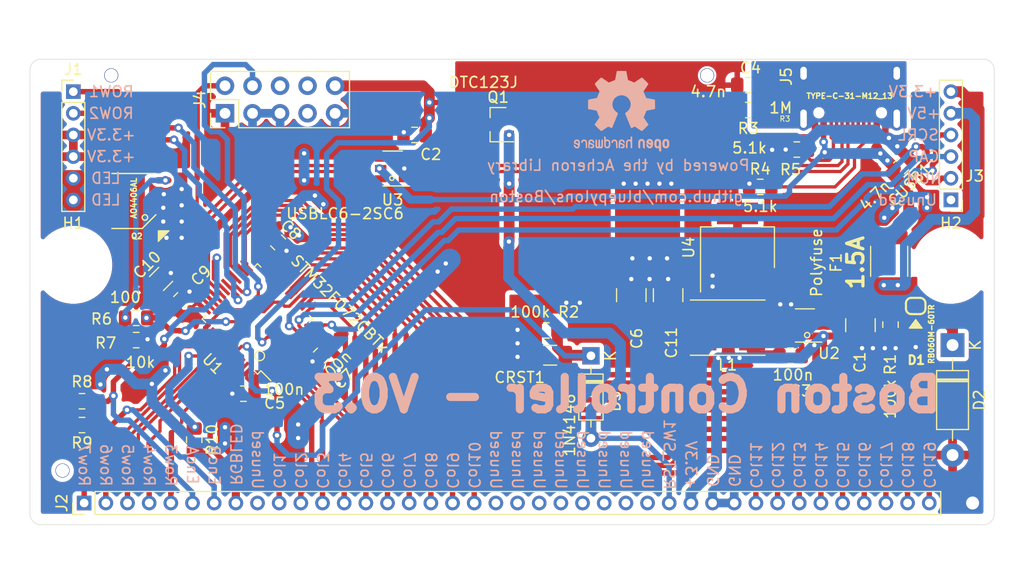
<source format=kicad_pcb>
(kicad_pcb (version 20200628) (host pcbnew "(5.99.0-2195-g476558ece)")
  (layers (0 "F.Cu" signal) (31 "B.Cu" signal) (34 "B.Paste" user) (35 "F.Paste" user) (36 "B.SilkS" user) (37 "F.SilkS" user) (38 "B.Mask" user) (39 "F.Mask" user) (44 "Edge.Cuts" user))
  (net 0 "")
  (net 1 "GND")
  (net 2 "+5V")
  (net 3 "NRST")
  (net 4 "Net-(C4-Pad1)")
  (net 5 "BOOT0")
  (net 6 "VBUS")
  (net 7 "RST_SW1")
  (net 8 "Dbus-")
  (net 9 "Dbus+")
  (net 10 "LED_PWM")
  (net 11 "Net-(Q2-Pad4)")
  (net 12 "LED_switch")
  (net 13 "SWDIO")
  (net 14 "SWCLK")
  (net 15 "Row1")
  (net 16 "Row2")
  (net 17 "Row7")
  (net 18 "Row6")
  (net 19 "Row5")
  (net 20 "Col4")
  (net 21 "Col3")
  (net 22 "Col2")
  (net 23 "Col6")
  (net 24 "Col7")
  (net 25 "Col8")
  (net 26 "Col9")
  (net 27 "Col10")
  (net 28 "Col11")
  (net 29 "Col12")
  (net 30 "Col13")
  (net 31 "Col14")
  (net 32 "Col15")
  (net 33 "Col16")
  (net 34 "Col17")
  (net 35 "Col18")
  (net 36 "Col19")
  (net 37 "NUM_INDICATOR")
  (net 38 "CAP_INDICATOR")
  (net 39 "SCRL_INDICATOR")
  (net 40 "D-")
  (net 41 "D+")
  (net 42 "Row4")
  (net 43 "Row3")
  (net 44 "Col5")
  (net 45 "Col1")
  (net 46 "Net-(C3-Pad2)")
  (net 47 "Net-(C3-Pad1)")
  (net 48 "Net-(J5-PadB5)")
  (net 49 "Net-(J5-PadA5)")
  (net 50 "+3V3")
  (net 51 "EncA")
  (net 52 "EncB")
  (net 53 "RGBLED")
  (net 54 "Net-(R10-Pad1)")
  (module "Resistor_SMD:R_0805_2012Metric_Pad1.15x1.40mm_HandSolder" (layer "F.Cu") (at 11.16 32.15 -90)
    (fp_text reference "R10" (at 0 -1.65 90) (layer "F.SilkS"))
    (fp_text value "220")
    (pad "2" smd roundrect (at 1.025 0 270) (size 1.15 1.4) (layers "F.Cu" "F.Paste" "F.Mask") (roundrect_rratio 0.2173913043478261) (net 53 "RGBLED"))
    (pad "1" smd roundrect (at -1.025 0 270) (size 1.15 1.4) (layers "F.Cu" "F.Paste" "F.Mask") (roundrect_rratio 0.2173913043478261) (net 54 "Net-(R10-Pad1)"))
  )
  (module "Package_TO_SOT_SMD:SOT-223-3_TabPin2" (layer "F.Cu") (at 61.3 14.4 90)
    (fp_text reference "U4" (at 0 -4.5 90) (layer "F.SilkS"))
    (fp_text value "TLV1117-33")
    (pad "1" smd rect (at -3.15 -2.3 90) (size 2 1.5) (layers "F.Cu" "F.Paste" "F.Mask") (net 1 "GND"))
    (pad "3" smd rect (at -3.15 2.3 90) (size 2 1.5) (layers "F.Cu" "F.Paste" "F.Mask") (net 2 "+5V"))
    (pad "2" smd rect (at -3.15 0 90) (size 2 1.5) (layers "F.Cu" "F.Paste" "F.Mask") (net 50 "+3V3"))
    (pad "2" smd rect (at 3.15 0 90) (size 2 3.8) (layers "F.Cu" "F.Paste" "F.Mask") (net 50 "+3V3"))
  )
  (module "Diode_THT:D_DO-41_SOD81_P10.16mm_Horizontal" (layer "F.Cu") (at 81.15 23.41 -90)
    (fp_text reference "D2" (at 5.08 -2.47 90) (layer "F.SilkS"))
    (fp_text value "1N4007")
    (fp_text user "K" (at 0 -2.1 90) (layer "F.SilkS"))
    (pad "2" thru_hole oval (at 10.16 0 270) (size 2.2 2.2) (drill 1.1) (layers *.Cu *.Mask) (net 50 "+3V3"))
    (pad "1" thru_hole rect (at 0 0 270) (size 2.2 2.2) (drill 1.1) (layers *.Cu *.Mask) (net 2 "+5V"))
  )
  (module "Connector_PinHeader_2.54mm:PinHeader_2x05_P2.54mm_Vertical" (layer "F.Cu") (at 14 2 90)
    (fp_text reference "J4" (at 1.27 -2.33 90) (layer "F.SilkS"))
    (fp_text value "Conn_ARM_JTAG_SWD_10")
    (pad "10" thru_hole oval (at 2.54 10.16 90) (size 1.7 1.7) (drill 1) (layers *.Cu *.Mask) (net 3 "NRST"))
    (pad "9" thru_hole oval (at 0 10.16 90) (size 1.7 1.7) (drill 1) (layers *.Cu *.Mask) (net 1 "GND"))
    (pad "8" thru_hole oval (at 2.54 7.62 90) (size 1.7 1.7) (drill 1) (layers *.Cu *.Mask))
    (pad "7" thru_hole oval (at 0 7.62 90) (size 1.7 1.7) (drill 1) (layers *.Cu *.Mask))
    (pad "6" thru_hole oval (at 2.54 5.08 90) (size 1.7 1.7) (drill 1) (layers *.Cu *.Mask))
    (pad "5" thru_hole oval (at 0 5.08 90) (size 1.7 1.7) (drill 1) (layers *.Cu *.Mask) (net 1 "GND"))
    (pad "4" thru_hole oval (at 2.54 2.54 90) (size 1.7 1.7) (drill 1) (layers *.Cu *.Mask) (net 14 "SWCLK"))
    (pad "3" thru_hole oval (at 0 2.54 90) (size 1.7 1.7) (drill 1) (layers *.Cu *.Mask) (net 1 "GND"))
    (pad "2" thru_hole oval (at 2.54 0 90) (size 1.7 1.7) (drill 1) (layers *.Cu *.Mask) (net 13 "SWDIO"))
    (pad "1" thru_hole rect (at 0 0 90) (size 1.7 1.7) (drill 1) (layers *.Cu *.Mask) (net 50 "+3V3"))
  )
  (module "Connector_PinHeader_2.00mm:PinHeader_1x40_P2.00mm_Vertical" (layer "F.Cu") (at 1 38 90)
    (fp_text reference "J2" (at 0 -2.06 90) (layer "F.SilkS"))
    (fp_text value "Conn_01x40_Male")
    (pad "40" thru_hole oval (at 0 78 90) (size 1.35 1.35) (drill 0.8) (layers *.Cu *.Mask) (net 36 "Col19"))
    (pad "39" thru_hole oval (at 0 76 90) (size 1.35 1.35) (drill 0.8) (layers *.Cu *.Mask) (net 35 "Col18"))
    (pad "38" thru_hole oval (at 0 74 90) (size 1.35 1.35) (drill 0.8) (layers *.Cu *.Mask) (net 34 "Col17"))
    (pad "37" thru_hole oval (at 0 72 90) (size 1.35 1.35) (drill 0.8) (layers *.Cu *.Mask) (net 33 "Col16"))
    (pad "36" thru_hole oval (at 0 70 90) (size 1.35 1.35) (drill 0.8) (layers *.Cu *.Mask) (net 32 "Col15"))
    (pad "35" thru_hole oval (at 0 68 90) (size 1.35 1.35) (drill 0.8) (layers *.Cu *.Mask) (net 31 "Col14"))
    (pad "34" thru_hole oval (at 0 66 90) (size 1.35 1.35) (drill 0.8) (layers *.Cu *.Mask) (net 30 "Col13"))
    (pad "33" thru_hole oval (at 0 64 90) (size 1.35 1.35) (drill 0.8) (layers *.Cu *.Mask) (net 29 "Col12"))
    (pad "32" thru_hole oval (at 0 62 90) (size 1.35 1.35) (drill 0.8) (layers *.Cu *.Mask) (net 28 "Col11"))
    (pad "31" thru_hole oval (at 0 60 90) (size 1.35 1.35) (drill 0.8) (layers *.Cu *.Mask) (net 1 "GND"))
    (pad "30" thru_hole oval (at 0 58 90) (size 1.35 1.35) (drill 0.8) (layers *.Cu *.Mask) (net 1 "GND"))
    (pad "29" thru_hole oval (at 0 56 90) (size 1.35 1.35) (drill 0.8) (layers *.Cu *.Mask) (net 50 "+3V3"))
    (pad "28" thru_hole oval (at 0 54 90) (size 1.35 1.35) (drill 0.8) (layers *.Cu *.Mask) (net 7 "RST_SW1"))
    (pad "27" thru_hole oval (at 0 52 90) (size 1.35 1.35) (drill 0.8) (layers *.Cu *.Mask))
    (pad "26" thru_hole oval (at 0 50 90) (size 1.35 1.35) (drill 0.8) (layers *.Cu *.Mask))
    (pad "25" thru_hole oval (at 0 48 90) (size 1.35 1.35) (drill 0.8) (layers *.Cu *.Mask))
    (pad "24" thru_hole oval (at 0 46 90) (size 1.35 1.35) (drill 0.8) (layers *.Cu *.Mask))
    (pad "23" thru_hole oval (at 0 44 90) (size 1.35 1.35) (drill 0.8) (layers *.Cu *.Mask))
    (pad "22" thru_hole oval (at 0 42 90) (size 1.35 1.35) (drill 0.8) (layers *.Cu *.Mask))
    (pad "21" thru_hole oval (at 0 40 90) (size 1.35 1.35) (drill 0.8) (layers *.Cu *.Mask))
    (pad "20" thru_hole oval (at 0 38 90) (size 1.35 1.35) (drill 0.8) (layers *.Cu *.Mask))
    (pad "19" thru_hole oval (at 0 36 90) (size 1.35 1.35) (drill 0.8) (layers *.Cu *.Mask) (net 27 "Col10"))
    (pad "18" thru_hole oval (at 0 34 90) (size 1.35 1.35) (drill 0.8) (layers *.Cu *.Mask) (net 26 "Col9"))
    (pad "17" thru_hole oval (at 0 32 90) (size 1.35 1.35) (drill 0.8) (layers *.Cu *.Mask) (net 25 "Col8"))
    (pad "16" thru_hole oval (at 0 30 90) (size 1.35 1.35) (drill 0.8) (layers *.Cu *.Mask) (net 24 "Col7"))
    (pad "15" thru_hole oval (at 0 28 90) (size 1.35 1.35) (drill 0.8) (layers *.Cu *.Mask) (net 23 "Col6"))
    (pad "14" thru_hole oval (at 0 26 90) (size 1.35 1.35) (drill 0.8) (layers *.Cu *.Mask) (net 44 "Col5"))
    (pad "13" thru_hole oval (at 0 24 90) (size 1.35 1.35) (drill 0.8) (layers *.Cu *.Mask) (net 20 "Col4"))
    (pad "12" thru_hole oval (at 0 22 90) (size 1.35 1.35) (drill 0.8) (layers *.Cu *.Mask) (net 21 "Col3"))
    (pad "11" thru_hole oval (at 0 20 90) (size 1.35 1.35) (drill 0.8) (layers *.Cu *.Mask) (net 22 "Col2"))
    (pad "10" thru_hole oval (at 0 18 90) (size 1.35 1.35) (drill 0.8) (layers *.Cu *.Mask) (net 45 "Col1"))
    (pad "9" thru_hole oval (at 0 16 90) (size 1.35 1.35) (drill 0.8) (layers *.Cu *.Mask))
    (pad "8" thru_hole oval (at 0 14 90) (size 1.35 1.35) (drill 0.8) (layers *.Cu *.Mask) (net 53 "RGBLED"))
    (pad "7" thru_hole oval (at 0 12 90) (size 1.35 1.35) (drill 0.8) (layers *.Cu *.Mask) (net 52 "EncB"))
    (pad "6" thru_hole oval (at 0 10 90) (size 1.35 1.35) (drill 0.8) (layers *.Cu *.Mask) (net 51 "EncA"))
    (pad "5" thru_hole oval (at 0 8 90) (size 1.35 1.35) (drill 0.8) (layers *.Cu *.Mask) (net 43 "Row3"))
    (pad "4" thru_hole oval (at 0 6 90) (size 1.35 1.35) (drill 0.8) (layers *.Cu *.Mask) (net 42 "Row4"))
    (pad "3" thru_hole oval (at 0 4 90) (size 1.35 1.35) (drill 0.8) (layers *.Cu *.Mask) (net 19 "Row5"))
    (pad "2" thru_hole oval (at 0 2 90) (size 1.35 1.35) (drill 0.8) (layers *.Cu *.Mask) (net 18 "Row6"))
    (pad "1" thru_hole rect (at 0 0 90) (size 1.35 1.35) (drill 0.8) (layers *.Cu *.Mask) (net 17 "Row7"))
  )
  (module "Capacitor_SMD:C_0805_2012Metric_Pad1.15x1.40mm_HandSolder" (layer "F.Cu") (at 22.85 24.375 -135)
    (fp_text reference "C7" (at 0.035 -3.035 -135) (layer "F.SilkS"))
    (fp_text value "100n" (at -0.09 -1.685 -135) (layer "F.SilkS"))
    (pad "2" smd roundrect (at 1.025 0 225) (size 1.15 1.4) (layers "F.Cu" "F.Paste" "F.Mask") (roundrect_rratio 0.2173904347826087) (net 1 "GND"))
    (pad "1" smd roundrect (at -1.025 0 225) (size 1.15 1.4) (layers "F.Cu" "F.Paste" "F.Mask") (roundrect_rratio 0.2173904347826087) (net 50 "+3V3"))
  )
  (module "Capacitor_SMD:C_0805_2012Metric_Pad1.15x1.40mm_HandSolder" (layer "F.Cu") (at 31.5 4 180)
    (fp_text reference "C2" (at -1.5 -1.8 180) (layer "F.SilkS"))
    (fp_text value "4.7n")
    (pad "2" smd roundrect (at 1.025 0 180) (size 1.15 1.4) (layers "F.Cu" "F.Paste" "F.Mask") (roundrect_rratio 0.2173904347826087) (net 1 "GND"))
    (pad "1" smd roundrect (at -1.025 0 180) (size 1.15 1.4) (layers "F.Cu" "F.Paste" "F.Mask") (roundrect_rratio 0.2173904347826087) (net 3 "NRST"))
  )
  (module "Capacitor_SMD:C_0805_2012Metric_Pad1.15x1.40mm_HandSolder" (layer "F.Cu") (at 66.2 24.4 180)
    (fp_text reference "C3" (at -0.95 -3.245) (layer "F.SilkS"))
    (fp_text value "100n" (at -0.225 -1.77) (layer "F.SilkS"))
    (pad "2" smd roundrect (at 1.025 0 180) (size 1.15 1.4) (layers "F.Cu" "F.Paste" "F.Mask") (roundrect_rratio 0.2173904347826087) (net 46 "Net-(C3-Pad2)"))
    (pad "1" smd roundrect (at -1.025 0 180) (size 1.15 1.4) (layers "F.Cu" "F.Paste" "F.Mask") (roundrect_rratio 0.2173904347826087) (net 47 "Net-(C3-Pad1)"))
  )
  (module "Capacitor_SMD:C_0805_2012Metric_Pad1.15x1.40mm_HandSolder" (layer "F.Cu") (at 62.3 -0.6 180)
    (fp_text reference "C4" (at -0.2 1.6 180) (layer "F.SilkS"))
    (fp_text value "4.7n" (at 3.7 -0.6 180) (layer "F.SilkS"))
    (pad "2" smd roundrect (at 1.025 0 180) (size 1.15 1.4) (layers "F.Cu" "F.Paste" "F.Mask") (roundrect_rratio 0.2173904347826087) (net 1 "GND"))
    (pad "1" smd roundrect (at -1.025 0 180) (size 1.15 1.4) (layers "F.Cu" "F.Paste" "F.Mask") (roundrect_rratio 0.2173904347826087) (net 4 "Net-(C4-Pad1)"))
  )
  (module "Capacitor_SMD:C_0805_2012Metric_Pad1.15x1.40mm_HandSolder" (layer "F.Cu") (at 15.7 27.9 180)
    (fp_text reference "C5" (at -2.88 -0.875) (layer "F.SilkS"))
    (fp_text value "100n" (at -3.73 0.4) (layer "F.SilkS"))
    (pad "2" smd roundrect (at 1.025 0 180) (size 1.15 1.4) (layers "F.Cu" "F.Paste" "F.Mask") (roundrect_rratio 0.2173904347826087) (net 1 "GND"))
    (pad "1" smd roundrect (at -1.025 0 180) (size 1.15 1.4) (layers "F.Cu" "F.Paste" "F.Mask") (roundrect_rratio 0.2173904347826087) (net 50 "+3V3"))
  )
  (module "Capacitor_SMD:C_0805_2012Metric_Pad1.15x1.40mm_HandSolder" (layer "F.Cu") (at 18.9 13.925 -45)
    (fp_text reference "C8" (at 0 -1.65 135) (layer "F.SilkS"))
    (fp_text value "100n")
    (pad "2" smd roundrect (at 1.025 0 315) (size 1.15 1.4) (layers "F.Cu" "F.Paste" "F.Mask") (roundrect_rratio 0.2173904347826087) (net 1 "GND"))
    (pad "1" smd roundrect (at -1.025 0 315) (size 1.15 1.4) (layers "F.Cu" "F.Paste" "F.Mask") (roundrect_rratio 0.2173904347826087) (net 50 "+3V3"))
  )
  (module "Capacitor_SMD:C_0805_2012Metric_Pad1.15x1.40mm_HandSolder" (layer "F.Cu") (at 9.950216 19.249784 45)
    (fp_text reference "C9" (at 2.898832 -0.282843 45) (layer "F.SilkS"))
    (fp_text value "100n")
    (pad "2" smd roundrect (at 1.025 0 45) (size 1.15 1.4) (layers "F.Cu" "F.Paste" "F.Mask") (roundrect_rratio 0.2173904347826087) (net 1 "GND"))
    (pad "1" smd roundrect (at -1.025 0 45) (size 1.15 1.4) (layers "F.Cu" "F.Paste" "F.Mask") (roundrect_rratio 0.2173904347826087) (net 50 "+3V3"))
  )
  (module "Capacitor_SMD:C_0805_2012Metric_Pad1.15x1.40mm_HandSolder" (layer "F.Cu") (at 76.4 6.9 45)
    (fp_text reference "CUSB1" (at -0.636396 1.767767 45) (layer "F.SilkS"))
    (fp_text value "4.7n" (at -3.606245 0.212132 45) (layer "F.SilkS"))
    (pad "2" smd roundrect (at 1.025 0 45) (size 1.15 1.4) (layers "F.Cu" "F.Paste" "F.Mask") (roundrect_rratio 0.2173904347826087) (net 1 "GND"))
    (pad "1" smd roundrect (at -1.025 0 45) (size 1.15 1.4) (layers "F.Cu" "F.Paste" "F.Mask") (roundrect_rratio 0.2173904347826087) (net 6 "VBUS"))
  )
  (module "acheronComponents:D_SOD-123" (layer "F.Cu") (at 77.75 21.45 -90)
    (fp_text reference "D1" (at 3.35 -0.05) (layer "F.SilkS") (effects (font (size 0.8 0.8) (thickness 0.2))))
    (fp_text value "RB060M-60TR" (at 0.95 -1.45 90) (layer "F.SilkS") (effects (font (size 0.5 0.5) (thickness 0.125))))
    (pad "1" smd roundrect (at -1.65 0 270) (size 1 1.2) (layers "F.Cu" "F.Paste" "F.Mask") (net 2 "+5V"))
    (pad "2" smd roundrect (at 1.65 0 270) (size 1 1.2) (layers "F.Cu" "F.Paste" "F.Mask") (net 1 "GND"))
  )
  (module "Diode_THT:D_DO-35_SOD27_P7.62mm_Horizontal" (layer "F.Cu") (at 47.775 24.4 -90)
    (fp_text reference "D3" (at 4.2 -2.225 -90) (layer "F.SilkS"))
    (fp_text value "1N4148" (at 6.4 1.975 -90) (layer "F.SilkS"))
    (fp_text user "K" (at 0 -1.8 -90) (layer "F.SilkS"))
    (pad "2" thru_hole oval (at 7.62 0 270) (size 1.6 1.6) (drill 0.8) (layers *.Cu *.Mask) (net 7 "RST_SW1"))
    (pad "1" thru_hole rect (at 0 0 270) (size 1.6 1.6) (drill 0.8) (layers *.Cu *.Mask) (net 5 "BOOT0"))
  )
  (module "Fuse:Fuse_1812_4532Metric_Pad1.30x3.40mm_HandSolder" (layer "F.Cu") (at 75.3 15.675 90)
    (fp_text reference "F1" (at -0.125 -4.9 90) (layer "F.SilkS"))
    (fp_text value "Polyfuse" (at -0.125 -6.7 90) (layer "F.SilkS"))
    (pad "2" smd roundrect (at 2.225 0 90) (size 1.3 3.4) (layers "F.Cu" "F.Paste" "F.Mask") (roundrect_rratio 0.1923069230769231) (net 6 "VBUS"))
    (pad "1" smd roundrect (at -2.225 0 90) (size 1.3 3.4) (layers "F.Cu" "F.Paste" "F.Mask") (roundrect_rratio 0.1923069230769231) (net 2 "+5V"))
  )
  (module "Package_TO_SOT_SMD:SOT-23" (layer "F.Cu") (at 39.225 3.05 180)
    (fp_text reference "Q1" (at 0.02 2.535) (layer "F.SilkS"))
    (fp_text value "DTC123J" (at 1.37 3.91) (layer "F.SilkS"))
    (pad "3" smd rect (at 1 0 180) (size 0.9 0.8) (layers "F.Cu" "F.Paste" "F.Mask") (net 3 "NRST"))
    (pad "2" smd rect (at -1 0.95 180) (size 0.9 0.8) (layers "F.Cu" "F.Paste" "F.Mask") (net 1 "GND"))
    (pad "1" smd rect (at -1 -0.95 180) (size 0.9 0.8) (layers "F.Cu" "F.Paste" "F.Mask") (net 7 "RST_SW1"))
  )
  (module "acheronComponents:SOIC-8" (layer "F.Cu") (at 5.59 10.1 180)
    (fp_text reference "Q2" (at -0.27 -3.26 180) (layer "F.SilkS") (effects (font (size 0.508 0.508) (thickness 0.127))))
    (fp_text value "AO4406AL" (at 0 0.254 90) (layer "F.SilkS") (effects (font (size 0.508 0.508) (thickness 0.127))))
    (pad "8" smd roundrect (at 2.7 -1.905 180) (size 1.55 0.6) (layers "F.Cu" "F.Paste" "F.Mask") (roundrect_rratio 0.5) (net 12 "LED_switch"))
    (pad "7" smd roundrect (at 2.7 -0.635 180) (size 1.55 0.6) (layers "F.Cu" "F.Paste" "F.Mask") (roundrect_rratio 0.5) (net 12 "LED_switch"))
    (pad "6" smd roundrect (at 2.7 0.635 180) (size 1.55 0.6) (layers "F.Cu" "F.Paste" "F.Mask") (roundrect_rratio 0.5) (net 12 "LED_switch"))
    (pad "5" smd roundrect (at 2.7 1.905 180) (size 1.55 0.6) (layers "F.Cu" "F.Paste" "F.Mask") (roundrect_rratio 0.5) (net 12 "LED_switch"))
    (pad "4" smd roundrect (at -2.7 1.905 180) (size 1.55 0.6) (layers "F.Cu" "F.Paste" "F.Mask") (roundrect_rratio 0.5) (net 11 "Net-(Q2-Pad4)"))
    (pad "3" smd roundrect (at -2.7 0.635 180) (size 1.55 0.6) (layers "F.Cu" "F.Paste" "F.Mask") (roundrect_rratio 0.5) (net 1 "GND"))
    (pad "2" smd roundrect (at -2.7 -0.635 180) (size 1.55 0.6) (layers "F.Cu" "F.Paste" "F.Mask") (roundrect_rratio 0.5) (net 1 "GND"))
    (pad "1" smd rect (at -2.7 -1.905 180) (size 1.55 0.6) (layers "F.Cu" "F.Paste" "F.Mask") (net 1 "GND"))
  )
  (module "Resistor_SMD:R_0805_2012Metric_Pad1.15x1.40mm_HandSolder" (layer "F.Cu") (at 75.425 21.525 90)
    (fp_text reference "R1" (at -3.675 -0.025 90) (layer "F.SilkS"))
    (fp_text value "100k" (at -6.875 -0.025 90) (layer "F.SilkS"))
    (pad "2" smd roundrect (at 1.025 0 90) (size 1.15 1.4) (layers "F.Cu" "F.Paste" "F.Mask") (roundrect_rratio 0.2173904347826087) (net 2 "+5V"))
    (pad "1" smd roundrect (at -1.025 0 90) (size 1.15 1.4) (layers "F.Cu" "F.Paste" "F.Mask") (roundrect_rratio 0.2173904347826087) (net 1 "GND"))
  )
  (module "Resistor_SMD:R_0805_2012Metric_Pad1.15x1.40mm_HandSolder" (layer "F.Cu") (at 43.66 22.06)
    (fp_text reference "R2" (at 2.06 -1.7) (layer "F.SilkS"))
    (fp_text value "100k" (at -1.48 -1.71 180) (layer "F.SilkS"))
    (pad "2" smd roundrect (at 1.025 0) (size 1.15 1.4) (layers "F.Cu" "F.Paste" "F.Mask") (roundrect_rratio 0.2173904347826087) (net 5 "BOOT0"))
    (pad "1" smd roundrect (at -1.025 0) (size 1.15 1.4) (layers "F.Cu" "F.Paste" "F.Mask") (roundrect_rratio 0.2173904347826087) (net 1 "GND"))
  )
  (module "Resistor_SMD:R_0805_2012Metric_Pad1.15x1.40mm_HandSolder" (layer "F.Cu") (at 62.3 1.7)
    (fp_text reference "R3" (at 0 1.7) (layer "F.SilkS"))
    (fp_text value "1M" (at 2.99 -0.2 180) (layer "F.SilkS"))
    (fp_text user "${REFERENCE}" (at 3.38 0.81) (layer "F.SilkS") (effects (font (size 0.5 0.5) (thickness 0.08))))
    (pad "2" smd roundrect (at 1.025 0) (size 1.15 1.4) (layers "F.Cu" "F.Paste" "F.Mask") (roundrect_rratio 0.2173904347826087) (net 4 "Net-(C4-Pad1)"))
    (pad "1" smd roundrect (at -1.025 0) (size 1.15 1.4) (layers "F.Cu" "F.Paste" "F.Mask") (roundrect_rratio 0.2173904347826087) (net 1 "GND"))
  )
  (module "Resistor_SMD:R_0805_2012Metric_Pad1.15x1.40mm_HandSolder" (layer "F.Cu") (at 63.4 8.8)
    (fp_text reference "R4" (at 0 -1.65) (layer "F.SilkS"))
    (fp_text value "5.1k" (at 0 1.8) (layer "F.SilkS"))
    (pad "2" smd roundrect (at 1.025 0) (size 1.15 1.4) (layers "F.Cu" "F.Paste" "F.Mask") (roundrect_rratio 0.2173904347826087) (net 49 "Net-(J5-PadA5)"))
    (pad "1" smd roundrect (at -1.025 0) (size 1.15 1.4) (layers "F.Cu" "F.Paste" "F.Mask") (roundrect_rratio 0.2173904347826087) (net 1 "GND"))
  )
  (module "Resistor_SMD:R_0805_2012Metric_Pad1.15x1.40mm_HandSolder" (layer "F.Cu") (at 66.775 5.35)
    (fp_text reference "R5" (at -0.575 1.85) (layer "F.SilkS"))
    (fp_text value "5.1k" (at -4.375 -0.15) (layer "F.SilkS"))
    (pad "2" smd roundrect (at 1.025 0) (size 1.15 1.4) (layers "F.Cu" "F.Paste" "F.Mask") (roundrect_rratio 0.2173904347826087) (net 48 "Net-(J5-PadB5)"))
    (pad "1" smd roundrect (at -1.025 0) (size 1.15 1.4) (layers "F.Cu" "F.Paste" "F.Mask") (roundrect_rratio 0.2173904347826087) (net 1 "GND"))
  )
  (module "Resistor_SMD:R_0805_2012Metric_Pad1.15x1.40mm_HandSolder" (layer "F.Cu") (at 5.8 20.9 180)
    (fp_text reference "R6" (at 3.2 -0.1 180) (layer "F.SilkS"))
    (fp_text value "100" (at 1 1.9 180) (layer "F.SilkS"))
    (pad "2" smd roundrect (at 1.025 0 180) (size 1.15 1.4) (layers "F.Cu" "F.Paste" "F.Mask") (roundrect_rratio 0.2173904347826087) (net 11 "Net-(Q2-Pad4)"))
    (pad "1" smd roundrect (at -1.025 0 180) (size 1.15 1.4) (layers "F.Cu" "F.Paste" "F.Mask") (roundrect_rratio 0.2173904347826087) (net 10 "LED_PWM"))
  )
  (module "Resistor_SMD:R_0805_2012Metric_Pad1.15x1.40mm_HandSolder" (layer "F.Cu") (at 5.8 22.95 180)
    (fp_text reference "R7" (at 2.81 -0.27) (layer "F.SilkS"))
    (fp_text value "10k" (at -0.4 -2.05) (layer "F.SilkS"))
    (pad "2" smd roundrect (at 1.025 0 180) (size 1.15 1.4) (layers "F.Cu" "F.Paste" "F.Mask") (roundrect_rratio 0.2173904347826087) (net 11 "Net-(Q2-Pad4)"))
    (pad "1" smd roundrect (at -1.025 0 180) (size 1.15 1.4) (layers "F.Cu" "F.Paste" "F.Mask") (roundrect_rratio 0.2173904347826087) (net 1 "GND"))
  )
  (module "Package_TO_SOT_SMD:SOT-23-6" (layer "F.Cu") (at 29.47 7.1 180)
    (fp_text reference "U3" (at 0 -2.9) (layer "F.SilkS"))
    (fp_text value "USBLC6-2SC6" (at 4.39 -4.17) (layer "F.SilkS"))
    (pad "5" smd rect (at 1.1 0 180) (size 1.06 0.65) (layers "F.Cu" "F.Paste" "F.Mask") (net 6 "VBUS"))
    (pad "6" smd rect (at 1.1 -0.95 180) (size 1.06 0.65) (layers "F.Cu" "F.Paste" "F.Mask") (net 40 "D-"))
    (pad "4" smd rect (at 1.1 0.95 180) (size 1.06 0.65) (layers "F.Cu" "F.Paste" "F.Mask") (net 41 "D+"))
    (pad "3" smd rect (at -1.1 0.95 180) (size 1.06 0.65) (layers "F.Cu" "F.Paste" "F.Mask") (net 9 "Dbus+"))
    (pad "2" smd rect (at -1.1 0 180) (size 1.06 0.65) (layers "F.Cu" "F.Paste" "F.Mask") (net 1 "GND"))
    (pad "1" smd rect (at -1.1 -0.95 180) (size 1.06 0.65) (layers "F.Cu" "F.Paste" "F.Mask") (net 8 "Dbus-"))
  )
  (module "Package_QFP:LQFP-48_7x7mm_P0.5mm" (layer "F.Cu") (at 17 21 135)
    (fp_text reference "U1" (at 0 -5.85 135) (layer "F.SilkS"))
    (fp_text value "STM32F072CBTx" (at -4.384062 6.363961 135) (layer "F.SilkS"))
    (pad "48" smd roundrect (at -2.75 -4.1625 135) (size 0.3 1.475) (layers "F.Cu" "F.Paste" "F.Mask") (net 50 "+3V3"))
    (pad "47" smd roundrect (at -2.25 -4.1625 135) (size 0.3 1.475) (layers "F.Cu" "F.Paste" "F.Mask") (net 1 "GND"))
    (pad "46" smd roundrect (at -1.75 -4.1625 135) (size 0.3 1.475) (layers "F.Cu" "F.Paste" "F.Mask") (net 45 "Col1"))
    (pad "45" smd roundrect (at -1.25 -4.1625 135) (size 0.3 1.475) (layers "F.Cu" "F.Paste" "F.Mask") (net 43 "Row3"))
    (pad "44" smd roundrect (at -0.75 -4.1625 135) (size 0.3 1.475) (layers "F.Cu" "F.Paste" "F.Mask") (net 5 "BOOT0"))
    (pad "43" smd roundrect (at -0.25 -4.1625 135) (size 0.3 1.475) (layers "F.Cu" "F.Paste" "F.Mask") (net 42 "Row4"))
    (pad "42" smd roundrect (at 0.25 -4.1625 135) (size 0.3 1.475) (layers "F.Cu" "F.Paste" "F.Mask") (net 19 "Row5"))
    (pad "41" smd roundrect (at 0.75 -4.1625 135) (size 0.3 1.475) (layers "F.Cu" "F.Paste" "F.Mask") (net 18 "Row6"))
    (pad "40" smd roundrect (at 1.25 -4.1625 135) (size 0.3 1.475) (layers "F.Cu" "F.Paste" "F.Mask") (net 54 "Net-(R10-Pad1)"))
    (pad "39" smd roundrect (at 1.75 -4.1625 135) (size 0.3 1.475) (layers "F.Cu" "F.Paste" "F.Mask") (net 17 "Row7"))
    (pad "38" smd roundrect (at 2.25 -4.1625 135) (size 0.3 1.475) (layers "F.Cu" "F.Paste" "F.Mask") (net 52 "EncB"))
    (pad "37" smd roundrect (at 2.75 -4.1625 135) (size 0.3 1.475) (layers "F.Cu" "F.Paste" "F.Mask") (net 14 "SWCLK"))
    (pad "36" smd roundrect (at 4.1625 -2.75 135) (size 1.475 0.3) (layers "F.Cu" "F.Paste" "F.Mask") (net 50 "+3V3"))
    (pad "35" smd roundrect (at 4.1625 -2.25 135) (size 1.475 0.3) (layers "F.Cu" "F.Paste" "F.Mask") (net 1 "GND"))
    (pad "34" smd roundrect (at 4.1625 -1.75 135) (size 1.475 0.3) (layers "F.Cu" "F.Paste" "F.Mask") (net 13 "SWDIO"))
    (pad "33" smd roundrect (at 4.1625 -1.25 135) (size 1.475 0.3) (layers "F.Cu" "F.Paste" "F.Mask") (net 41 "D+"))
    (pad "32" smd roundrect (at 4.1625 -0.75 135) (size 1.475 0.3) (layers "F.Cu" "F.Paste" "F.Mask") (net 40 "D-"))
    (pad "31" smd roundrect (at 4.1625 -0.25 135) (size 1.475 0.3) (layers "F.Cu" "F.Paste" "F.Mask") (net 51 "EncA"))
    (pad "30" smd roundrect (at 4.1625 0.25 135) (size 1.475 0.3) (layers "F.Cu" "F.Paste" "F.Mask") (net 16 "Row2"))
    (pad "29" smd roundrect (at 4.1625 0.75 135) (size 1.475 0.3) (layers "F.Cu" "F.Paste" "F.Mask") (net 15 "Row1"))
    (pad "28" smd roundrect (at 4.1625 1.25 135) (size 1.475 0.3) (layers "F.Cu" "F.Paste" "F.Mask") (net 36 "Col19"))
    (pad "27" smd roundrect (at 4.1625 1.75 135) (size 1.475 0.3) (layers "F.Cu" "F.Paste" "F.Mask") (net 35 "Col18"))
    (pad "26" smd roundrect (at 4.1625 2.25 135) (size 1.475 0.3) (layers "F.Cu" "F.Paste" "F.Mask") (net 34 "Col17"))
    (pad "25" smd roundrect (at 4.1625 2.75 135) (size 1.475 0.3) (layers "F.Cu" "F.Paste" "F.Mask") (net 33 "Col16"))
    (pad "24" smd roundrect (at 2.75 4.1625 135) (size 0.3 1.475) (layers "F.Cu" "F.Paste" "F.Mask") (net 50 "+3V3"))
    (pad "23" smd roundrect (at 2.25 4.1625 135) (size 0.3 1.475) (layers "F.Cu" "F.Paste" "F.Mask") (net 1 "GND"))
    (pad "22" smd roundrect (at 1.75 4.1625 135) (size 0.3 1.475) (layers "F.Cu" "F.Paste" "F.Mask") (net 32 "Col15"))
    (pad "21" smd roundrect (at 1.25 4.1625 135) (size 0.3 1.475) (layers "F.Cu" "F.Paste" "F.Mask") (net 31 "Col14"))
    (pad "20" smd roundrect (at 0.75 4.1625 135) (size 0.3 1.475) (layers "F.Cu" "F.Paste" "F.Mask") (net 30 "Col13"))
    (pad "19" smd roundrect (at 0.25 4.1625 135) (size 0.3 1.475) (layers "F.Cu" "F.Paste" "F.Mask") (net 29 "Col12"))
    (pad "18" smd roundrect (at -0.25 4.1625 135) (size 0.3 1.475) (layers "F.Cu" "F.Paste" "F.Mask") (net 28 "Col11"))
    (pad "17" smd roundrect (at -0.75 4.1625 135) (size 0.3 1.475) (layers "F.Cu" "F.Paste" "F.Mask") (net 27 "Col10"))
    (pad "16" smd roundrect (at -1.25 4.1625 135) (size 0.3 1.475) (layers "F.Cu" "F.Paste" "F.Mask") (net 10 "LED_PWM"))
    (pad "15" smd roundrect (at -1.75 4.1625 135) (size 0.3 1.475) (layers "F.Cu" "F.Paste" "F.Mask") (net 26 "Col9"))
    (pad "14" smd roundrect (at -2.25 4.1625 135) (size 0.3 1.475) (layers "F.Cu" "F.Paste" "F.Mask") (net 25 "Col8"))
    (pad "13" smd roundrect (at -2.75 4.1625 135) (size 0.3 1.475) (layers "F.Cu" "F.Paste" "F.Mask") (net 24 "Col7"))
    (pad "12" smd roundrect (at -4.1625 2.75 135) (size 1.475 0.3) (layers "F.Cu" "F.Paste" "F.Mask") (net 39 "SCRL_INDICATOR"))
    (pad "11" smd roundrect (at -4.1625 2.25 135) (size 1.475 0.3) (layers "F.Cu" "F.Paste" "F.Mask") (net 38 "CAP_INDICATOR"))
    (pad "10" smd roundrect (at -4.1625 1.75 135) (size 1.475 0.3) (layers "F.Cu" "F.Paste" "F.Mask") (net 37 "NUM_INDICATOR"))
    (pad "9" smd roundrect (at -4.1625 1.25 135) (size 1.475 0.3) (layers "F.Cu" "F.Paste" "F.Mask") (net 50 "+3V3"))
    (pad "8" smd roundrect (at -4.1625 0.75 135) (size 1.475 0.3) (layers "F.Cu" "F.Paste" "F.Mask") (net 1 "GND"))
    (pad "7" smd roundrect (at -4.1625 0.25 135) (size 1.475 0.3) (layers "F.Cu" "F.Paste" "F.Mask") (net 3 "NRST"))
    (pad "6" smd roundrect (at -4.1625 -0.25 135) (size 1.475 0.3) (layers "F.Cu" "F.Paste" "F.Mask") (net 23 "Col6"))
    (pad "5" smd roundrect (at -4.1625 -0.75 135) (size 1.475 0.3) (layers "F.Cu" "F.Paste" "F.Mask") (net 44 "Col5"))
    (pad "4" smd roundrect (at -4.1625 -1.25 135) (size 1.475 0.3) (layers "F.Cu" "F.Paste" "F.Mask") (net 20 "Col4"))
    (pad "3" smd roundrect (at -4.1625 -1.75 135) (size 1.475 0.3) (layers "F.Cu" "F.Paste" "F.Mask") (net 21 "Col3"))
    (pad "2" smd roundrect (at -4.1625 -2.25 135) (size 1.475 0.3) (layers "F.Cu" "F.Paste" "F.Mask") (net 22 "Col2"))
    (pad "1" smd roundrect (at -4.1625 -2.75 135) (size 1.475 0.3) (layers "F.Cu" "F.Paste" "F.Mask") (net 50 "+3V3"))
  )
  (module "MountingHole:MountingHole_3.2mm_M3_ISO7380" (layer "F.Cu") (at 0 16)
    (fp_text reference "H1" (at 0 -3.85) (layer "F.SilkS"))
    (fp_text value "MountingHole")
    (pad "1" np_thru_hole circle (at 0 0) (size 3.2 3.2) (drill 3.2) (layers *.Cu *.Mask))
  )
  (module "MountingHole:MountingHole_3.2mm_M3_ISO7380" (layer "F.Cu") (at 81 16)
    (fp_text reference "H2" (at 0 -3.85) (layer "F.SilkS"))
    (fp_text value "MountingHole")
    (pad "1" np_thru_hole circle (at 0 0) (size 3.2 3.2) (drill 3.2) (layers *.Cu *.Mask))
  )
  (module "Capacitor_SMD:C_1210_3225Metric_Pad1.42x2.65mm_HandSolder" (layer "F.Cu") (at 72.65 21.575 -90)
    (fp_text reference "C1" (at 3.425 0.05 90) (layer "F.SilkS"))
    (fp_text value "22uF")
    (pad "1" smd roundrect (at -1.4875 0 270) (size 1.425 2.65) (layers "F.Cu" "F.Paste" "F.Mask") (roundrect_rratio 0.1754385964912281) (net 2 "+5V"))
    (pad "2" smd roundrect (at 1.4875 0 270) (size 1.425 2.65) (layers "F.Cu" "F.Paste" "F.Mask") (roundrect_rratio 0.1754385964912281) (net 1 "GND"))
  )
  (module "Capacitor_SMD:C_1210_3225Metric_Pad1.42x2.65mm_HandSolder" (layer "F.Cu") (at 51.5 18.8 90)
    (fp_text reference "C6" (at -4 0.5 90) (layer "F.SilkS"))
    (fp_text value "22uF")
    (pad "1" smd roundrect (at -1.4875 0 90) (size 1.425 2.65) (layers "F.Cu" "F.Paste" "F.Mask") (roundrect_rratio 0.1754385964912281) (net 50 "+3V3"))
    (pad "2" smd roundrect (at 1.4875 0 90) (size 1.425 2.65) (layers "F.Cu" "F.Paste" "F.Mask") (roundrect_rratio 0.1754385964912281) (net 1 "GND"))
  )
  (module "Capacitor_SMD:C_1210_3225Metric_Pad1.42x2.65mm_HandSolder" (layer "F.Cu") (at 54.9 18.8 90)
    (fp_text reference "C11" (at -4.4 0.3 90) (layer "F.SilkS"))
    (fp_text value "22uF")
    (pad "2" smd roundrect (at 1.4875 0 90) (size 1.425 2.65) (layers "F.Cu" "F.Paste" "F.Mask") (roundrect_rratio 0.1754385964912281) (net 1 "GND"))
    (pad "1" smd roundrect (at -1.4875 0 90) (size 1.425 2.65) (layers "F.Cu" "F.Paste" "F.Mask") (roundrect_rratio 0.1754385964912281) (net 50 "+3V3"))
  )
  (module "Capacitor_SMD:C_1206_3216Metric" (layer "F.Cu") (at 44.01 24.35 180)
    (fp_text reference "CRST1" (at 2.81 -2.05) (layer "F.SilkS"))
    (fp_text value "10u")
    (pad "1" smd roundrect (at -1.4 0 180) (size 1.25 1.75) (layers "F.Cu" "F.Paste" "F.Mask") (roundrect_rratio 0.2) (net 5 "BOOT0"))
    (pad "2" smd roundrect (at 1.4 0 180) (size 1.25 1.75) (layers "F.Cu" "F.Paste" "F.Mask") (roundrect_rratio 0.2) (net 1 "GND"))
  )
  (module "Connector_PinHeader_2.00mm:PinHeader_1x06_P2.00mm_Vertical" (layer "F.Cu") (at 0 0)
    (fp_text reference "J1" (at 0 -2.06) (layer "F.SilkS"))
    (fp_text value "Conn_01x06_Male")
    (pad "1" thru_hole rect (at 0 0) (size 1.35 1.35) (drill 0.8) (layers *.Cu *.Mask) (net 15 "Row1"))
    (pad "2" thru_hole oval (at 0 2) (size 1.35 1.35) (drill 0.8) (layers *.Cu *.Mask) (net 16 "Row2"))
    (pad "3" thru_hole oval (at 0 4) (size 1.35 1.35) (drill 0.8) (layers *.Cu *.Mask) (net 50 "+3V3"))
    (pad "4" thru_hole oval (at 0 6) (size 1.35 1.35) (drill 0.8) (layers *.Cu *.Mask) (net 50 "+3V3"))
    (pad "5" thru_hole oval (at 0 8) (size 1.35 1.35) (drill 0.8) (layers *.Cu *.Mask) (net 12 "LED_switch"))
    (pad "6" thru_hole oval (at 0 10) (size 1.35 1.35) (drill 0.8) (layers *.Cu *.Mask) (net 12 "LED_switch"))
  )
  (module "Connector_PinHeader_2.00mm:PinHeader_1x06_P2.00mm_Vertical" (layer "F.Cu") (at 81 10 180)
    (fp_text reference "J3" (at -2.2 2.2) (layer "F.SilkS"))
    (fp_text value "Conn_01x06_Male")
    (pad "6" thru_hole oval (at 0 10 180) (size 1.35 1.35) (drill 0.8) (layers *.Cu *.Mask) (net 50 "+3V3"))
    (pad "5" thru_hole oval (at 0 8 180) (size 1.35 1.35) (drill 0.8) (layers *.Cu *.Mask) (net 2 "+5V"))
    (pad "4" thru_hole oval (at 0 6 180) (size 1.35 1.35) (drill 0.8) (layers *.Cu *.Mask) (net 39 "SCRL_INDICATOR"))
    (pad "3" thru_hole oval (at 0 4 180) (size 1.35 1.35) (drill 0.8) (layers *.Cu *.Mask) (net 38 "CAP_INDICATOR"))
    (pad "2" thru_hole oval (at 0 2 180) (size 1.35 1.35) (drill 0.8) (layers *.Cu *.Mask) (net 37 "NUM_INDICATOR"))
    (pad "1" thru_hole rect (at 0 0 180) (size 1.35 1.35) (drill 0.8) (layers *.Cu *.Mask))
  )
  (module "Inductor_SMD:L_Taiyo-Yuden_NR-50xx_HandSoldering" (layer "F.Cu") (at 60.4 21.8 180)
    (fp_text reference "L1" (at 0 -3.45) (layer "F.SilkS"))
    (fp_text value "L")
    (pad "1" smd rect (at -2.25 0 180) (size 2.4 4.2) (layers "F.Cu" "F.Paste" "F.Mask") (net 46 "Net-(C3-Pad2)"))
    (pad "2" smd rect (at 2.25 0 180) (size 2.4 4.2) (layers "F.Cu" "F.Paste" "F.Mask") (net 50 "+3V3"))
  )
  (module "Package_TO_SOT_SMD:TSOT-23-6_HandSoldering" (layer "F.Cu") (at 67.525 21.625 180)
    (fp_text reference "U2" (at -2.225 -2.545) (layer "F.SilkS"))
    (fp_text value "AP63203WU-7")
    (pad "1" smd rect (at -1.71 -0.95 180) (size 2 0.65) (layers "F.Cu" "F.Paste" "F.Mask") (net 50 "+3V3"))
    (pad "2" smd rect (at -1.71 0 180) (size 2 0.65) (layers "F.Cu" "F.Paste" "F.Mask") (net 2 "+5V"))
    (pad "3" smd rect (at -1.71 0.95 180) (size 2 0.65) (layers "F.Cu" "F.Paste" "F.Mask") (net 2 "+5V"))
    (pad "4" smd rect (at 1.71 0.95 180) (size 2 0.65) (layers "F.Cu" "F.Paste" "F.Mask") (net 1 "GND"))
    (pad "5" smd rect (at 1.71 0 180) (size 2 0.65) (layers "F.Cu" "F.Paste" "F.Mask") (net 46 "Net-(C3-Pad2)"))
    (pad "6" smd rect (at 1.71 -0.95 180) (size 2 0.65) (layers "F.Cu" "F.Paste" "F.Mask") (net 47 "Net-(C3-Pad1)"))
  )
  (module "acheronConnectors:TYPE-C-31-M-12" (layer "F.Cu") (at 71.7 4 180)
    (fp_text reference "J5" (at 5.9 5.4 90) (layer "F.SilkS"))
    (fp_text value "TYPE-C-31-M12_13" (at 0.05 3.6) (layer "F.SilkS") (effects (font (size 0.5 0.5) (thickness 0.125))))
    (pad "B4" smd roundrect (at 2.45 1.275 180) (size 0.6 1.45) (drill (offset 0 -0.55)) (layers "F.Cu" "F.Paste" "F.Mask") (net 6 "VBUS"))
    (pad "B1" smd roundrect (at 3.25 1.275 180) (size 0.6 1.45) (drill (offset 0 -0.55)) (layers "F.Cu" "F.Paste" "F.Mask") (net 1 "GND"))
    (pad "A4" smd roundrect (at -2.45 1.275 180) (size 0.6 1.45) (drill (offset 0 -0.55)) (layers "F.Cu" "F.Paste" "F.Mask") (net 6 "VBUS"))
    (pad "S" thru_hole oval (at -4.3 1.5 180) (size 1.1 2.2) (drill oval 0.6 1.7) (layers *.Cu *.Mask) (net 4 "Net-(C4-Pad1)"))
    (pad "A7" smd roundrect (at 0.25 1.275 180) (size 0.3 1.45) (drill (offset 0 -0.55)) (layers "F.Cu" "F.Paste" "F.Mask") (net 8 "Dbus-"))
    (pad "B6" smd roundrect (at 0.75 1.275 180) (size 0.3 1.45) (drill (offset 0 -0.55)) (layers "F.Cu" "F.Paste" "F.Mask") (net 9 "Dbus+"))
    (pad "A8" smd roundrect (at 1.25 1.275 180) (size 0.3 1.45) (drill (offset 0 -0.55)) (layers "F.Cu" "F.Paste" "F.Mask"))
    (pad "B5" smd roundrect (at 1.75 1.275 180) (size 0.3 1.45) (drill (offset 0 -0.55)) (layers "F.Cu" "F.Paste" "F.Mask") (net 48 "Net-(J5-PadB5)"))
    (pad "A6" smd roundrect (at -0.254 1.275 180) (size 0.3 1.45) (drill (offset 0 -0.55)) (layers "F.Cu" "F.Paste" "F.Mask") (net 9 "Dbus+"))
    (pad "B7" smd roundrect (at -0.75 1.275 180) (size 0.3 1.45) (drill (offset 0 -0.55)) (layers "F.Cu" "F.Paste" "F.Mask") (net 8 "Dbus-"))
    (pad "A5" smd roundrect (at -1.25 1.275 180) (size 0.3 1.45) (drill (offset 0 -0.55)) (layers "F.Cu" "F.Paste" "F.Mask") (net 49 "Net-(J5-PadA5)"))
    (pad "B8" smd roundrect (at -1.75 1.275 180) (size 0.3 1.45) (drill (offset 0 -0.55)) (layers "F.Cu" "F.Paste" "F.Mask"))
    (pad "A1" smd roundrect (at -3.25 1.275 180) (size 0.6 1.45) (drill (offset 0 -0.55)) (layers "F.Cu" "F.Paste" "F.Mask") (net 1 "GND"))
    (pad "S" thru_hole oval (at -4.3 5.7 180) (size 1.3 1.9) (drill oval 0.6 1.2) (layers *.Cu *.Mask) (net 4 "Net-(C4-Pad1)"))
    (pad "" np_thru_hole circle (at -2.89 2.051 180) (size 0.65 0.65) (drill 0.65) (layers *.Cu *.Mask))
    (pad "" np_thru_hole circle (at 2.89 2.051 180) (size 0.65 0.65) (drill 0.65) (layers *.Cu *.Mask))
    (pad "S" thru_hole oval (at 4.3 5.7 180) (size 1.3 1.9) (drill oval 0.6 1.2) (layers *.Cu *.Mask) (net 4 "Net-(C4-Pad1)"))
    (pad "S" thru_hole oval (at 4.3 1.5 180) (size 1.1 2.2) (drill oval 0.6 1.7) (layers *.Cu *.Mask) (net 4 "Net-(C4-Pad1)"))
  )
  (module "Symbol:OSHW-Logo2_9.8x8mm_SilkScreen" (layer "B.Cu") (at 50.6 1.8 180)
    (fp_text reference "LOGO1" hide)
    (fp_text value "Logo_Open_Hardware_Large" hide)
  )
  (module "Capacitor_SMD:C_1206_3216Metric_Pad1.42x1.75mm_HandSolder" (layer "F.Cu") (at 8.1 17.3 45)
    (fp_text reference "C10" (at 0 -1.82 45) (layer "F.SilkS"))
    (fp_text value "10u")
    (pad "2" smd roundrect (at 1.4875 0 45) (size 1.425 1.75) (layers "F.Cu" "F.Paste" "F.Mask") (roundrect_rratio 0.1754385964912281) (net 1 "GND"))
    (pad "1" smd roundrect (at -1.4875 0 45) (size 1.425 1.75) (layers "F.Cu" "F.Paste" "F.Mask") (roundrect_rratio 0.1754385964912281) (net 50 "+3V3"))
  )
  (module "Resistor_SMD:R_0805_2012Metric_Pad1.15x1.40mm_HandSolder" (layer "F.Cu") (at 0.8 28.6 180)
    (fp_text reference "R8" (at 0 1.8) (layer "F.SilkS"))
    (fp_text value "10k")
    (pad "2" smd roundrect (at 1.025 0 180) (size 1.15 1.4) (layers "F.Cu" "F.Paste" "F.Mask") (roundrect_rratio 0.2173904347826087) (net 50 "+3V3"))
    (pad "1" smd roundrect (at -1.025 0 180) (size 1.15 1.4) (layers "F.Cu" "F.Paste" "F.Mask") (roundrect_rratio 0.2173904347826087) (net 51 "EncA"))
  )
  (module "Resistor_SMD:R_0805_2012Metric_Pad1.15x1.40mm_HandSolder" (layer "F.Cu") (at 0.8 30.8 180)
    (fp_text reference "R9" (at 0 -1.65) (layer "F.SilkS"))
    (fp_text value "10k")
    (pad "1" smd roundrect (at -1.025 0 180) (size 1.15 1.4) (layers "F.Cu" "F.Paste" "F.Mask") (roundrect_rratio 0.2173904347826087) (net 52 "EncB"))
    (pad "2" smd roundrect (at 1.025 0 180) (size 1.15 1.4) (layers "F.Cu" "F.Paste" "F.Mask") (roundrect_rratio 0.2173904347826087) (net 50 "+3V3"))
  )
  (gr_text "Unused" (at 77 10) (layer "B.SilkS") (effects (font (size 1 1)) (justify mirror)))
  (gr_text "Unused" (at 53 34 270) (layer "B.SilkS") (effects (font (size 1 1)) (justify mirror)))
  (gr_text "Unused" (at 51 34 270) (layer "B.SilkS") (effects (font (size 1 1)) (justify mirror)))
  (gr_text "Unused" (at 39 34 270) (layer "B.SilkS") (effects (font (size 1 1)) (justify mirror)))
  (gr_text "Unused" (at 43 34 270) (layer "B.SilkS") (effects (font (size 1 1)) (justify mirror)))
  (gr_text "Unused" (at 45 34 270) (layer "B.SilkS") (effects (font (size 1 1)) (justify mirror)))
  (gr_text "Unused" (at 49 34 270) (layer "B.SilkS") (effects (font (size 1 1)) (justify mirror)))
  (gr_text "Unused" (at 47 34 270) (layer "B.SilkS") (effects (font (size 1 1)) (justify mirror)))
  (gr_text "Unused" (at 17 34 270) (layer "B.SilkS") (effects (font (size 1 1)) (justify mirror)))
  (gr_text "Unused" (at 41 34 270) (layer "B.SilkS") (effects (font (size 1 1)) (justify mirror)))
  (gr_text "GND" (at 61 35 270) (layer "B.SilkS") (effects (font (size 1 1)) (justify mirror)))
  (gr_text "Col19" (at 79 34.5 270) (layer "B.SilkS") (effects (font (size 1 1)) (justify mirror)))
  (gr_text "Col18" (at 77 34.5 270) (layer "B.SilkS") (effects (font (size 1 1)) (justify mirror)))
  (gr_text "Col17" (at 75 34.5 270) (layer "B.SilkS") (effects (font (size 1 1)) (justify mirror)))
  (gr_text "Col16" (at 73 34.5 270) (layer "B.SilkS") (effects (font (size 1 1)) (justify mirror)))
  (gr_text "Col15" (at 71 34.5 270) (layer "B.SilkS") (effects (font (size 1 1)) (justify mirror)))
  (gr_text "Col14" (at 69 34.5 270) (layer "B.SilkS") (effects (font (size 1 1)) (justify mirror)))
  (gr_text "Col13" (at 67 34.5 270) (layer "B.SilkS") (effects (font (size 1 1)) (justify mirror)))
  (gr_text "Col12" (at 65 34.5 270) (layer "B.SilkS") (effects (font (size 1 1)) (justify mirror)))
  (gr_text "Col11" (at 63 34.5 270) (layer "B.SilkS") (effects (font (size 1 1)) (justify mirror)))
  (gr_text "GND" (at 59 35 270) (layer "B.SilkS") (effects (font (size 1 1)) (justify mirror)))
  (gr_text "+3.3V" (at 57 34.5 270) (layer "B.SilkS") (effects (font (size 1 1)) (justify mirror)))
  (gr_text "RST_SW1" (at 55 33.5 270) (layer "B.SilkS") (effects (font (size 1 1)) (justify mirror)))
  (gr_text "Col10" (at 37 34.5 270) (layer "B.SilkS") (effects (font (size 1 1)) (justify mirror)))
  (gr_text "Col9" (at 35 35 270) (layer "B.SilkS") (effects (font (size 1 1)) (justify mirror)))
  (gr_text "Col8" (at 33 35 270) (layer "B.SilkS") (effects (font (size 1 1)) (justify mirror)))
  (gr_text "Col7" (at 31 35 270) (layer "B.SilkS") (effects (font (size 1 1)) (justify mirror)))
  (gr_text "Col6" (at 29 35 270) (layer "B.SilkS") (effects (font (size 1 1)) (justify mirror)))
  (gr_text "LED" (at 3 10) (layer "B.SilkS") (effects (font (size 1 1)) (justify mirror)))
  (gr_text "LED" (at 3 8) (layer "B.SilkS") (effects (font (size 1 1)) (justify mirror)))
  (gr_text "+3.3V" (at 3.5 6) (layer "B.SilkS") (effects (font (size 1 1)) (justify mirror)))
  (gr_text "+3.3V" (at 3.5 4) (layer "B.SilkS") (effects (font (size 1 1)) (justify mirror)))
  (gr_text "ROW2" (at 3.5 2) (layer "B.SilkS") (effects (font (size 1 1)) (justify mirror)))
  (gr_text "ROW1" (at 3.5 0) (layer "B.SilkS") (effects (font (size 1 1)) (justify mirror)))
  (gr_text "NUM" (at 78.5 8) (layer "B.SilkS") (effects (font (size 1 1)) (justify mirror)))
  (gr_text "CAP" (at 78.5 6) (layer "B.SilkS") (effects (font (size 1 1)) (justify mirror)))
  (gr_text "SCRL" (at 78 4) (layer "B.SilkS") (effects (font (size 1 1)) (justify mirror)))
  (gr_text "+5V" (at 78.5 2) (layer "B.SilkS") (effects (font (size 1 1)) (justify mirror)))
  (gr_text "+3.3V" (at 77.5 0) (layer "B.SilkS") (effects (font (size 1 1)) (justify mirror)))
  (gr_text "Col5" (at 27 35 270) (layer "B.SilkS") (effects (font (size 1 1)) (justify mirror)))
  (gr_text "Col4" (at 25 35 270) (layer "B.SilkS") (effects (font (size 1 1)) (justify mirror)))
  (gr_text "Col3" (at 23 35 270) (layer "B.SilkS") (effects (font (size 1 1)) (justify mirror)))
  (gr_text "Col2" (at 21 35 270) (layer "B.SilkS") (effects (font (size 1 1)) (justify mirror)))
  (gr_text "Col1" (at 19 35 270) (layer "B.SilkS") (effects (font (size 1 1)) (justify mirror)))
  (gr_text "RGBLED" (at 15 33.5 270) (layer "B.SilkS") (effects (font (size 1 1)) (justify mirror)))
  (gr_text "EncB" (at 13 34.5 270) (layer "B.SilkS") (effects (font (size 1 1)) (justify mirror)))
  (gr_text "EncA" (at 11 34.5 270) (layer "B.SilkS") (effects (font (size 1 1)) (justify mirror)))
  (gr_text "Row3" (at 9 34.5 270) (layer "B.SilkS") (effects (font (size 1 1)) (justify mirror)))
  (gr_text "Row4" (at 7 34.5 270) (layer "B.SilkS") (effects (font (size 1 1)) (justify mirror)))
  (gr_text "Row5" (at 5 34.5 270) (layer "B.SilkS") (effects (font (size 1 1)) (justify mirror)))
  (gr_text "Row6" (at 3 34.5 270) (layer "B.SilkS") (effects (font (size 1 1)) (justify mirror)))
  (gr_text "Row7" (at 1 34.5 270) (layer "B.SilkS") (effects (font (size 1 1)) (justify mirror)))
  (gr_text "github.com/bluepylons/Boston" (at 50.1 9.7) (layer "B.SilkS") (effects (font (size 1 1)) (justify mirror)))
  (gr_circle (center 67.73 22.49) (end 67.92 22.34) (layer "F.SilkS") (width 0.12))
  (gr_text "Powered by the Acheron Library" (at 50.3 6.8) (layer "B.SilkS") (effects (font (size 1 1)) (justify mirror)))
  (gr_text "Boston Controller - V0.3" (at 51 28) (layer "B.SilkS") (effects (font (size 3 3) (thickness 0.75)) (justify mirror)))
  (gr_circle (center 29.4 8) (end 29.6 8) (layer "F.SilkS") (width 0.12))
  (gr_circle (center 17.2 24.4) (end 17 24) (layer "F.SilkS") (width 0.12))
  (gr_line (start -3 -3) (end 84 -3) (layer "Edge.Cuts") (width 0.05))
  (gr_line (start 84 40) (end -3 40) (layer "Edge.Cuts") (width 0.05))
  (gr_line (start -4 39) (end -4 -2) (layer "Edge.Cuts") (width 0.05))
  (gr_line (start 85 -2) (end 85 39) (layer "Edge.Cuts") (width 0.05))
  (gr_arc (start -3 -2) (end -3 -3) (angle -90) (layer "Edge.Cuts") (width 0.05))
  (gr_arc (start -3 39) (end -4 39) (angle -90) (layer "Edge.Cuts") (width 0.05))
  (gr_arc (start 84 39) (end 84 40) (angle -90) (layer "Edge.Cuts") (width 0.05))
  (gr_arc (start 84 -2) (end 85 -2) (angle -90) (layer "Edge.Cuts") (width 0.05))
  (gr_text "1.5A" (at 72.2 15.8 90) (layer "F.SilkS") (effects (font (size 1.5 1.5) (thickness 0.3))))
  (segment (start 12.5 29.1) (end 12.5 30.01) (width 0.5) (layer "F.Cu") (net 45))
  (segment (start 12.5 30.01) (end 12.63 30.14) (width 0.5) (layer "F.Cu") (net 45))
  (segment (start 12.63 30.14) (end 12.63 32.88) (width 0.5) (layer "F.Cu") (net 45))
  (segment (start 12.63 32.88) (end 16.11 36.36) (width 0.5) (layer "F.Cu") (net 45))
  (segment (start 16.11 36.36) (end 18.46 36.36) (width 0.5) (layer "F.Cu") (net 45))
  (segment (start 18.46 36.36) (end 19 36.9) (width 0.5) (layer "F.Cu") (net 45))
  (segment (start 11.16 33.175) (end 11.605 33.175) (width 0.75) (layer "F.Cu") (net 53))
  (segment (start 11.605 33.175) (end 15 36.57) (width 0.75) (layer "F.Cu") (net 53))
  (segment (start 15 36.57) (end 15 38) (width 0.75) (layer "F.Cu") (net 53))
  (segment (start 10.64 24.42) (end 10.64 25.53) (width 0.75) (layer "B.Cu") (net 54))
  (segment (start 10.64 25.53) (end 8.86 27.31) (width 0.75) (layer "B.Cu") (net 54))
  (segment (start 8.86 27.31) (end 8.86 28.62) (width 0.75) (layer "B.Cu") (net 54))
  (segment (start 8.86 28.62) (end 11.21 30.97) (width 0.75) (layer "B.Cu") (net 54))
  (via (at 11.21 30.97) (size 0.8) (drill 0.4) (layers "F.Cu" "B.Cu") (net 54))
  (segment (start 11.31 31.22) (end 11.32 31.23) (width 0.3) (layer "B.Cu") (net 54))
  (segment (start 11.812234 24.42) (end 10.64 24.42) (width 0.3) (layer "F.Cu") (net 54))
  (segment (start 13.172785 23.059449) (end 11.812234 24.42) (width 0.3) (layer "F.Cu") (net 54))
  (via (at 10.64 24.42) (size 0.8) (drill 0.4) (layers "F.Cu" "B.Cu") (net 54))
  (segment (start 9.802922 23.927078) (end 9.802921 26.429313) (width 0.3) (layer "F.Cu") (net 17))
  (segment (start 11.955116 23.57001) (end 10.15999 23.57001) (width 0.3) (layer "F.Cu") (net 17))
  (segment (start 10.15999 23.57001) (end 9.802922 23.927078) (width 0.3) (layer "F.Cu") (net 17))
  (segment (start 9.802921 26.429313) (end 2 34.232234) (width 0.3) (layer "F.Cu") (net 17))
  (segment (start 12.819231 22.705895) (end 11.955116 23.57001) (width 0.3) (layer "F.Cu") (net 17))
  (segment (start 9.352912 26.242912) (end 6.272912 29.322912) (width 0.3) (layer "F.Cu") (net 52))
  (segment (start 9.95 23.12) (end 9.352912 23.717088) (width 0.3) (layer "F.Cu") (net 52))
  (segment (start 11.69802 23.12) (end 9.95 23.12) (width 0.3) (layer "F.Cu") (net 52))
  (segment (start 9.352912 23.717088) (end 9.352912 26.242912) (width 0.3) (layer "F.Cu") (net 52))
  (segment (start 12.465678 22.352342) (end 11.69802 23.12) (width 0.3) (layer "F.Cu") (net 52))
  (segment (start 12.819231 22.705895) (end 12.748535 22.705895) (width 0.3) (layer "F.Cu") (net 17))
  (via (at 58.5 -1.5) (size 1.3) (drill 1.2) (layers "F.Cu" "B.Cu") (net 0))
  (via (at 83 38) (size 1.3) (drill 1.2) (layers "F.Cu" "B.Cu") (net 1))
  (via (at -1 35) (size 1.3) (drill 1.2) (layers "F.Cu" "B.Cu") (net 0))
  (via (at 3.5 -1.5) (size 1.3) (drill 1.2) (layers "F.Cu" "B.Cu") (net 0))
  (via (at 61.49 24.6) (size 0.8) (drill 0.4) (layers "F.Cu" "B.Cu") (net 50))
  (segment (start 61.49 24.6) (end 67.21 24.6) (width 1) (layer "B.Cu") (net 50))
  (via (at 60.5 24.6) (size 0.8) (drill 0.4) (layers "F.Cu" "B.Cu") (net 50))
  (segment (start 60.5 24.6) (end 61.49 24.6) (width 1) (layer "B.Cu") (net 50))
  (segment (start 68.395 23.415) (end 69.235 22.575) (width 1) (layer "B.Cu") (net 50))
  (segment (start 59.525 24.6) (end 60.5 24.6) (width 1) (layer "B.Cu") (net 50))
  (segment (start 67.21 24.6) (end 68.395 23.415) (width 1) (layer "B.Cu") (net 50))
  (via (at 68.395 23.415) (size 0.8) (drill 0.4) (layers "F.Cu" "B.Cu") (net 50))
  (segment (start 77.75 19.8) (end 79.09 19.8) (width 1) (layer "F.Cu") (net 2))
  (segment (start 79.09 19.8) (end 81.15 21.86) (width 1) (layer "F.Cu") (net 2))
  (segment (start 81.15 21.86) (end 81.15 23.41) (width 1) (layer "F.Cu") (net 2))
  (segment (start 63.3 17.55) (end 66.75 17.55) (width 1) (layer "F.Cu") (net 2))
  (segment (start 66.75 17.55) (end 69.4 20.2) (width 1) (layer "F.Cu") (net 2))
  (via (at 59 18) (size 0.8) (drill 0.4) (layers "F.Cu" "B.Cu") (net 1))
  (via (at 59 17) (size 0.8) (drill 0.4) (layers "F.Cu" "B.Cu") (net 1))
  (segment (start 14.17 13.38) (end 14.17 12.57) (width 0.5) (layer "B.Cu") (net 16))
  (segment (start 14.17 12.57) (end 13.99999 12.39999) (width 0.5) (layer "B.Cu") (net 16))
  (segment (start 14.17 16.92) (end 14.17 13.38) (width 0.5) (layer "B.Cu") (net 16))
  (segment (start 14.800001 18.850001) (end 14.800001 17.550001) (width 0.5) (layer "B.Cu") (net 16))
  (segment (start 14.800001 17.550001) (end 14.17 16.92) (width 0.5) (layer "B.Cu") (net 16))
  (via (at 30.5 3.75) (size 0.8) (drill 0.4) (layers "F.Cu" "B.Cu") (net 1))
  (via (at 69.235 22.575) (size 0.8) (drill 0.4) (layers "F.Cu" "B.Cu") (net 50))
  (segment (start 32.86 1) (end 32.86 0.06) (width 1) (layer "F.Cu") (net 3))
  (segment (start 32.86 0.06) (end 32.26 -0.54) (width 1) (layer "F.Cu") (net 3))
  (segment (start 32.26 -0.54) (end 24.16 -0.54) (width 1) (layer "F.Cu") (net 3))
  (segment (start 32.86 2.44) (end 32.86 1) (width 1) (layer "F.Cu") (net 3))
  (segment (start 32.525 4) (end 32.525 2.775) (width 1) (layer "F.Cu") (net 3))
  (segment (start 32.525 2.775) (end 32.86 2.44) (width 1) (layer "F.Cu") (net 3))
  (segment (start 21.3 8.2) (end 21.3 5.7) (width 1) (layer "B.Cu") (net 50))
  (via (at 21.3 5.7) (size 0.8) (drill 0.4) (layers "F.Cu" "B.Cu") (net 50))
  (via (at 21.3 8.2) (size 0.8) (drill 0.4) (layers "F.Cu" "B.Cu") (net 50))
  (segment (start 11.43 17.975568) (end 11.43 8.04) (width 0.3) (layer "F.Cu") (net 13))
  (via (at 32.86 2.44) (size 0.8) (drill 0.4) (layers "F.Cu" "B.Cu") (net 3))
  (via (at 32.86 1) (size 0.8) (drill 0.4) (layers "F.Cu" "B.Cu") (net 3))
  (segment (start 14.225 4.425) (end 13.5 3.7) (width 0.5) (layer "B.Cu") (net 14))
  (segment (start 12.1 -1.7) (end 12.9 -2.5) (width 0.5) (layer "B.Cu") (net 14))
  (segment (start 13.5 3.7) (end 12.7 3.7) (width 0.5) (layer "B.Cu") (net 14))
  (segment (start 14.225 4.975) (end 14.225 4.425) (width 0.5) (layer "B.Cu") (net 14))
  (segment (start 12.1 3.1) (end 12.1 -1.7) (width 0.5) (layer "B.Cu") (net 14))
  (segment (start 12.9 -2.5) (end 15.9 -2.5) (width 0.5) (layer "B.Cu") (net 14))
  (segment (start 12.7 3.7) (end 12.1 3.1) (width 0.5) (layer "B.Cu") (net 14))
  (segment (start 15.9 -2.5) (end 16.54 -1.86) (width 0.5) (layer "B.Cu") (net 14))
  (segment (start 16.54 -1.86) (end 16.54 -0.54) (width 0.5) (layer "B.Cu") (net 14))
  (segment (start 14 -0.54) (end 12.14 -0.54) (width 0.5) (layer "F.Cu") (net 13))
  (segment (start 12.14 -0.54) (end 11.43 0.17) (width 0.5) (layer "F.Cu") (net 13))
  (segment (start 11.43 0.17) (end 11.43 3.312081) (width 0.5) (layer "F.Cu") (net 13))
  (segment (start 69.35 5.6) (end 69.35 4.75) (width 0.5) (layer "F.Cu") (net 6))
  (segment (start 69.35 4.75) (end 69.25 4.65) (width 0.5) (layer "F.Cu") (net 6))
  (segment (start 78.8 6.3) (end 78.03 7.07) (width 0.5) (layer "F.Cu") (net 37))
  (segment (start 78.03 7.07) (end 78.03 7.62) (width 0.5) (layer "F.Cu") (net 37))
  (segment (start 78.03 7.62) (end 78.43 8.02) (width 0.5) (layer "F.Cu") (net 37))
  (segment (start 79.73 8.41) (end 78.82 8.41) (width 0.5) (layer "F.Cu") (net 37))
  (segment (start 78.82 8.41) (end 78.43 8.02) (width 0.5) (layer "F.Cu") (net 37))
  (segment (start 80.14 8) (end 79.73 8.41) (width 0.5) (layer "F.Cu") (net 37))
  (segment (start 81 8) (end 80.14 8) (width 0.5) (layer "F.Cu") (net 37))
  (segment (start 65.75 5.35) (end 67.05 5.35) (width 1) (layer "B.Cu") (net 1))
  (segment (start 67.05 5.35) (end 68.85 3.55) (width 1) (layer "B.Cu") (net 1))
  (segment (start 73.984315 3.55) (end 74.709315 4.275) (width 1) (layer "B.Cu") (net 1))
  (segment (start 68.85 3.55) (end 73.984315 3.55) (width 1) (layer "B.Cu") (net 1))
  (segment (start 65.75 5.35) (end 66.95 5.35) (width 1) (layer "B.Cu") (net 1))
  (segment (start 78.8 10.65) (end 78.8 9.75) (width 1) (layer "B.Cu") (net 50))
  (segment (start 73.2 9.8) (end 73.2 10) (width 0.5) (layer "B.Cu") (net 39))
  (segment (start 73.2 10) (end 70.425 12.775) (width 0.5) (layer "B.Cu") (net 39))
  (segment (start 70.425 12.775) (end 66.325 12.775) (width 0.5) (layer "B.Cu") (net 39))
  (segment (start 66.4 11.725) (end 70.175 11.725) (width 0.5) (layer "B.Cu") (net 38))
  (segment (start 70.175 11.725) (end 73.3 8.6) (width 0.5) (layer "B.Cu") (net 38))
  (segment (start 66.325 10.625) (end 69.775 10.625) (width 0.5) (layer "B.Cu") (net 37))
  (segment (start 69.775 10.625) (end 71.4 9) (width 0.5) (layer "B.Cu") (net 37))
  (segment (start 61 11.25) (end 61 11) (width 1) (layer "F.Cu") (net 50))
  (segment (start 61 11) (end 60.225 10.225) (width 1) (layer "F.Cu") (net 50))
  (segment (start 60.225 10.225) (end 60.225 8.8) (width 1) (layer "F.Cu") (net 50))
  (segment (start 55.3 8.8) (end 55 8.5) (width 1) (layer "F.Cu") (net 1))
  (segment (start 69.4 20.2) (end 69.4 21.2) (width 1) (layer "F.Cu") (net 2))
  (segment (start 65.815 22.575) (end 66.375 22.575) (width 0.5) (layer "F.Cu") (net 47))
  (segment (start 66.375 22.575) (end 67.225 23.425) (width 0.5) (layer "F.Cu") (net 47))
  (segment (start 67.225 23.425) (end 67.225 24.4) (width 0.5) (layer "F.Cu") (net 47))
  (segment (start 65.175 24.4) (end 63.2 24.4) (width 1) (layer "F.Cu") (net 46))
  (segment (start 63.2 24.4) (end 62.65 23.85) (width 1) (layer "F.Cu") (net 46))
  (segment (start 62.65 23.85) (end 62.65 21.8) (width 1) (layer "F.Cu") (net 46))
  (via (at 62.4 8.5) (size 0.8) (drill 0.4) (layers "F.Cu" "B.Cu") (net 1))
  (via (at 9 16.75) (size 0.8) (drill 0.4) (layers "F.Cu" "B.Cu") (net 1))
  (via (at 77.75 23.6) (size 0.8) (drill 0.4) (layers "F.Cu" "B.Cu") (net 1))
  (via (at 75.9 23.7) (size 0.8) (drill 0.4) (layers "F.Cu" "B.Cu") (net 1))
  (via (at 74.9 23.7) (size 0.8) (drill 0.4) (layers "F.Cu" "B.Cu") (net 1))
  (via (at 30.55 7.1) (size 0.8) (drill 0.4) (layers "F.Cu" "B.Cu") (net 1))
  (via (at 6.85 22.875) (size 0.8) (drill 0.4) (layers "F.Cu" "B.Cu") (net 1))
  (via (at 19.675 14.7) (size 0.8) (drill 0.4) (layers "F.Cu" "B.Cu") (net 1))
  (segment (start 21.985444 24.924784) (end 22.075216 24.924784) (width 0.3) (layer "F.Cu") (net 1))
  (segment (start 20.473662 23.413002) (end 21.985444 24.924784) (width 0.3) (layer "F.Cu") (net 1))
  (segment (start 14.675 26.50698) (end 14.675 27.9) (width 0.3) (layer "F.Cu") (net 1))
  (segment (start 15.647658 25.534322) (end 14.675 26.50698) (width 0.3) (layer "F.Cu") (net 1))
  (segment (start 15.647658 25.534322) (end 15.647658 25.527342) (width 0.3) (layer "F.Cu") (net 1))
  (segment (start 20.473662 23.413002) (end 20.473662 23.398662) (width 0.3) (layer "F.Cu") (net 1))
  (via (at 22.075216 24.924784) (size 0.8) (drill 0.4) (layers "F.Cu" "B.Cu") (net 1))
  (via (at 14.675 27.9) (size 0.8) (drill 0.4) (layers "F.Cu" "B.Cu") (net 1))
  (segment (start 19.624784 15.193236) (end 19.624784 14.649784) (width 0.3) (layer "F.Cu") (net 1))
  (segment (start 18.352342 16.465678) (end 19.624784 15.193236) (width 0.3) (layer "F.Cu") (net 1))
  (segment (start 11.093236 18.275216) (end 10.924784 18.275216) (width 0.3) (layer "F.Cu") (net 1))
  (segment (start 12.465678 19.647658) (end 11.093236 18.275216) (width 0.3) (layer "F.Cu") (net 1))
  (via (at 10.725 18.475) (size 0.8) (drill 0.4) (layers "F.Cu" "B.Cu") (net 1))
  (via (at 8.35 9.475) (size 0.8) (drill 0.4) (layers "F.Cu" "B.Cu") (net 1))
  (via (at 8.3 10.725) (size 0.8) (drill 0.4) (layers "F.Cu" "B.Cu") (net 1))
  (via (at 8.3 12) (size 0.8) (drill 0.4) (layers "F.Cu" "B.Cu") (net 1))
  (via (at 8.6 13.5) (size 0.8) (drill 0.4) (layers "F.Cu" "B.Cu") (net 1))
  (via (at 10 13.5) (size 0.8) (drill 0.4) (layers "F.Cu" "B.Cu") (net 1))
  (via (at 10 12) (size 0.8) (drill 0.4) (layers "F.Cu" "B.Cu") (net 1))
  (via (at 10 10.5) (size 0.8) (drill 0.4) (layers "F.Cu" "B.Cu") (net 1))
  (via (at 10 9) (size 0.8) (drill 0.4) (layers "F.Cu" "B.Cu") (net 1))
  (via (at 66.25 19.65) (size 0.8) (drill 0.4) (layers "F.Cu" "B.Cu") (net 1))
  (via (at 65.25 19.65) (size 0.8) (drill 0.4) (layers "F.Cu" "B.Cu") (net 1))
  (via (at 73.8 23.7) (size 0.8) (drill 0.4) (layers "F.Cu" "B.Cu") (net 1))
  (via (at 72.8 23.7) (size 0.8) (drill 0.4) (layers "F.Cu" "B.Cu") (net 1))
  (segment (start 9 16.85) (end 10.675 18.525) (width 1) (layer "F.Cu") (net 1))
  (segment (start 9 16.75) (end 9 16.85) (width 1) (layer "F.Cu") (net 1))
  (segment (start 65.75 4.65) (end 65.75 5.35) (width 0.5) (layer "F.Cu") (net 1))
  (segment (start 66.225 4.175) (end 65.75 4.65) (width 0.5) (layer "F.Cu") (net 1))
  (segment (start 68.175 4.175) (end 66.225 4.175) (width 0.5) (layer "F.Cu") (net 1))
  (segment (start 68.45 2.725) (end 68.45 3.9) (width 0.5) (layer "F.Cu") (net 1))
  (segment (start 68.45 3.9) (end 68.175 4.175) (width 0.5) (layer "F.Cu") (net 1))
  (via (at 65.75 5.35) (size 0.8) (drill 0.4) (layers "F.Cu" "B.Cu") (net 1))
  (via (at 64.5 5.375) (size 0.8) (drill 0.4) (layers "F.Cu" "B.Cu") (net 1))
  (segment (start 65.725 5.375) (end 65.75 5.35) (width 1) (layer "F.Cu") (net 1))
  (segment (start 64.5 5.375) (end 65.725 5.375) (width 1) (layer "F.Cu") (net 1))
  (via (at 76.05 5.05) (size 0.8) (drill 0.4) (layers "F.Cu" "B.Cu") (net 1))
  (segment (start 74.95 2.725) (end 74.95 3.95) (width 0.5) (layer "F.Cu") (net 1))
  (segment (start 74.95 3.95) (end 75.275 4.275) (width 0.5) (layer "F.Cu") (net 1))
  (segment (start 75.275 4.275) (end 76.05 5.05) (width 0.5) (layer "F.Cu") (net 1))
  (via (at 75.275 4.275) (size 0.8) (drill 0.4) (layers "F.Cu" "B.Cu") (net 1))
  (segment (start 42.61 22.085) (end 42.635 22.06) (width 1) (layer "F.Cu") (net 1))
  (via (at 51.5 17.3125) (size 0.8) (drill 0.4) (layers "F.Cu" "B.Cu") (net 1))
  (segment (start 54.9 17.3125) (end 53.1875 17.3125) (width 1) (layer "F.Cu") (net 1))
  (segment (start 53.1875 17.3125) (end 51.5 17.3125) (width 1) (layer "F.Cu") (net 1))
  (segment (start 76.05 5.100432) (end 77.124784 6.175216) (width 1) (layer "F.Cu") (net 1))
  (segment (start 76.05 5.05) (end 76.05 5.100432) (width 1) (layer "F.Cu") (net 1))
  (via (at 55.2 8.5) (size 0.8) (drill 0.4) (layers "F.Cu" "B.Cu") (net 1))
  (via (at 54.1 8.5) (size 0.8) (drill 0.4) (layers "F.Cu" "B.Cu") (net 1))
  (via (at 53 8.5) (size 0.8) (drill 0.4) (layers "F.Cu" "B.Cu") (net 1))
  (via (at 51.9 8.5) (size 0.8) (drill 0.4) (layers "F.Cu" "B.Cu") (net 1))
  (via (at 50.8 8.5) (size 0.8) (drill 0.4) (layers "F.Cu" "B.Cu") (net 1))
  (via (at 54.9 17.3125) (size 0.8) (drill 0.4) (layers "F.Cu" "B.Cu") (net 1))
  (via (at 53.1875 17.3125) (size 0.8) (drill 0.4) (layers "F.Cu" "B.Cu") (net 1))
  (via (at 41 24.5) (size 0.8) (drill 0.4) (layers "F.Cu" "B.Cu") (net 1))
  (via (at 41 23.25) (size 0.8) (drill 0.4) (layers "F.Cu" "B.Cu") (net 1))
  (via (at 41 22) (size 0.8) (drill 0.4) (layers "F.Cu" "B.Cu") (net 1))
  (via (at 46.75 19.5) (size 0.8) (drill 0.4) (layers "F.Cu" "B.Cu") (net 1))
  (via (at 45.5 19.5) (size 0.8) (drill 0.4) (layers "F.Cu" "B.Cu") (net 1))
  (segment (start 75.275 4.275) (end 74.709315 4.275) (width 1) (layer "B.Cu") (net 1))
  (via (at 54.8 15.4) (size 0.8) (drill 0.4) (layers "F.Cu" "B.Cu") (net 1))
  (via (at 53.2 15.4) (size 0.8) (drill 0.4) (layers "F.Cu" "B.Cu") (net 1))
  (via (at 51.6 15.4) (size 0.8) (drill 0.4) (layers "F.Cu" "B.Cu") (net 1))
  (via (at 74.8 17.875) (size 0.8) (drill 0.4) (layers "F.Cu" "B.Cu") (net 2))
  (via (at 76.1 17.875) (size 0.8) (drill 0.4) (layers "F.Cu" "B.Cu") (net 2))
  (segment (start 74.8 17.875) (end 76.1 17.875) (width 1) (layer "B.Cu") (net 2))
  (segment (start 76.665685 17.875) (end 76.8 17.740685) (width 1) (layer "B.Cu") (net 2))
  (segment (start 76.1 17.875) (end 76.665685 17.875) (width 1) (layer "B.Cu") (net 2))
  (segment (start 82.5 11.8) (end 83.2 11.1) (width 1) (layer "B.Cu") (net 2))
  (segment (start 83.2 11.1) (end 83.2 2.5) (width 1) (layer "B.Cu") (net 2))
  (segment (start 82.7 2) (end 81 2) (width 1) (layer "B.Cu") (net 2))
  (segment (start 83.2 2.5) (end 82.7 2) (width 1) (layer "B.Cu") (net 2))
  (segment (start 82.5 11.8) (end 79.131998 11.8) (width 1) (layer "B.Cu") (net 2))
  (segment (start 76.8 14.231997) (end 76.8 17.740685) (width 1) (layer "B.Cu") (net 2))
  (segment (start 79.131998 11.899999) (end 76.8 14.231997) (width 1) (layer "B.Cu") (net 2))
  (segment (start 79.131998 11.8) (end 79.131998 11.899999) (width 1) (layer "B.Cu") (net 2))
  (via (at 17.425 23.15) (size 0.8) (drill 0.4) (layers "F.Cu" "B.Cu") (net 3))
  (segment (start 20.049413 23.766555) (end 18.957858 22.675) (width 0.3) (layer "F.Cu") (net 3))
  (segment (start 20.120109 23.766555) (end 20.049413 23.766555) (width 0.3) (layer "F.Cu") (net 3))
  (segment (start 17.9 22.675) (end 17.425 23.15) (width 0.3) (layer "F.Cu") (net 3))
  (segment (start 18.957858 22.675) (end 17.9 22.675) (width 0.3) (layer "F.Cu") (net 3))
  (segment (start 38.225 3.05) (end 36.9 3.05) (width 0.5) (layer "F.Cu") (net 3))
  (segment (start 34.85 1) (end 32.86 1) (width 0.5) (layer "F.Cu") (net 3))
  (segment (start 36.9 3.05) (end 34.85 1) (width 0.5) (layer "F.Cu") (net 3))
  (segment (start 38.125 3.15) (end 38.225 3.05) (width 1) (layer "F.Cu") (net 3))
  (segment (start 24.425 4.725) (end 31.4 4.725) (width 0.5) (layer "B.Cu") (net 3))
  (segment (start 23.375 5.775) (end 24.425 4.725) (width 0.5) (layer "B.Cu") (net 3))
  (segment (start 17.025 22.75) (end 17.025 21.725) (width 0.5) (layer "B.Cu") (net 3))
  (segment (start 17.425 23.15) (end 17.025 22.75) (width 0.5) (layer "B.Cu") (net 3))
  (segment (start 24.475 10.075) (end 23.375 8.975) (width 0.5) (layer "B.Cu") (net 3))
  (segment (start 31.4 4.725) (end 32.86 3.265) (width 0.5) (layer "B.Cu") (net 3))
  (segment (start 17.025 21.725) (end 24.475 14.275) (width 0.5) (layer "B.Cu") (net 3))
  (segment (start 32.86 3.265) (end 32.86 2.44) (width 0.5) (layer "B.Cu") (net 3))
  (segment (start 23.375 8.975) (end 23.375 5.775) (width 0.5) (layer "B.Cu") (net 3))
  (segment (start 24.475 14.275) (end 24.475 10.075) (width 0.5) (layer "B.Cu") (net 3))
  (via (at 16.025 23.525) (size 0.8) (drill 0.4) (layers "F.Cu" "B.Cu") (net 5))
  (segment (start 14.586998 24.473662) (end 15.53566 23.525) (width 0.3) (layer "F.Cu") (net 5))
  (segment (start 15.53566 23.525) (end 16.025 23.525) (width 0.3) (layer "F.Cu") (net 5))
  (segment (start 41.1 20.15) (end 45.35 24.4) (width 0.5) (layer "B.Cu") (net 5))
  (segment (start 32.525 20.15) (end 41.1 20.15) (width 0.5) (layer "B.Cu") (net 5))
  (segment (start 26.225 27.675) (end 26.225 26.45) (width 0.5) (layer "B.Cu") (net 5))
  (segment (start 20.325 33.575) (end 22.425 33.575) (width 0.5) (layer "B.Cu") (net 5))
  (segment (start 26.225 26.45) (end 32.525 20.15) (width 0.5) (layer "B.Cu") (net 5))
  (segment (start 22.425 33.575) (end 23 33) (width 0.5) (layer "B.Cu") (net 5))
  (segment (start 23 33) (end 23 30.9) (width 0.5) (layer "B.Cu") (net 5))
  (segment (start 45.35 24.4) (end 47.775 24.4) (width 0.5) (layer "B.Cu") (net 5))
  (segment (start 23 30.9) (end 26.225 27.675) (width 0.5) (layer "B.Cu") (net 5))
  (segment (start 44.685 23.625) (end 45.41 24.35) (width 1) (layer "F.Cu") (net 5))
  (segment (start 44.685 22.06) (end 44.685 23.625) (width 1) (layer "F.Cu") (net 5))
  (segment (start 47.725 24.35) (end 47.775 24.4) (width 1) (layer "F.Cu") (net 5))
  (segment (start 45.41 24.35) (end 47.725 24.35) (width 1) (layer "F.Cu") (net 5))
  (segment (start 20.325 33.575) (end 19.825 33.575) (width 0.5) (layer "B.Cu") (net 5))
  (segment (start 19.825 33.575) (end 18.8 32.55) (width 0.5) (layer "B.Cu") (net 5))
  (via (at 18.8 31.75) (size 0.8) (drill 0.4) (layers "F.Cu" "B.Cu") (net 5))
  (segment (start 18.8 32.55) (end 18.8 31.75) (width 0.5) (layer "B.Cu") (net 5))
  (segment (start 18.8 31.75) (end 18.8 29.8) (width 0.5) (layer "F.Cu") (net 5))
  (via (at 18.35 27.65) (size 0.8) (drill 0.4) (layers "F.Cu" "B.Cu") (net 5))
  (segment (start 18.8 29.8) (end 18.8 28.1) (width 0.5) (layer "F.Cu") (net 5))
  (segment (start 18.8 28.1) (end 18.35 27.65) (width 0.5) (layer "F.Cu") (net 5))
  (segment (start 16.424999 23.924999) (end 16.025 23.525) (width 0.5) (layer "B.Cu") (net 5))
  (segment (start 16.424999 27.174999) (end 16.424999 23.924999) (width 0.5) (layer "B.Cu") (net 5))
  (segment (start 18.35 27.65) (end 16.9 27.65) (width 0.5) (layer "B.Cu") (net 5))
  (segment (start 16.9 27.65) (end 16.424999 27.174999) (width 0.5) (layer "B.Cu") (net 5))
  (via (at 28.25 7.1) (size 0.8) (drill 0.4) (layers "F.Cu" "B.Cu") (net 6))
  (via (at 69.25 4.65) (size 0.8) (drill 0.4) (layers "F.Cu" "B.Cu") (net 6))
  (via (at 69.35 5.6) (size 0.8) (drill 0.4) (layers "F.Cu" "B.Cu") (net 6))
  (segment (start 74.15 2.725) (end 74.15 5.2) (width 0.5) (layer "F.Cu") (net 6))
  (segment (start 74.15 5.2) (end 74.15 5.375) (width 1) (layer "F.Cu") (net 6))
  (segment (start 74.15 5.375) (end 74.4875 5.7125) (width 1) (layer "F.Cu") (net 6))
  (segment (start 75.0875 6.3125) (end 75.875 7.1) (width 1) (layer "F.Cu") (net 6))
  (via (at 75.14 6.36) (size 0.8) (drill 0.4) (layers "F.Cu" "B.Cu") (net 6))
  (via (at 74.4875 5.7125) (size 0.8) (drill 0.4) (layers "F.Cu" "B.Cu") (net 6))
  (segment (start 74.4875 5.7125) (end 69.4125 5.7125) (width 1) (layer "B.Cu") (net 6))
  (segment (start 74.4875 5.7125) (end 75.0875 6.3125) (width 1) (layer "B.Cu") (net 6))
  (segment (start 69.25 4.7) (end 69.2 4.75) (width 0.5) (layer "F.Cu") (net 6))
  (segment (start 69.25 2.725) (end 69.25 4.7) (width 0.5) (layer "F.Cu") (net 6))
  (segment (start 69.35 4.9) (end 69.2 4.75) (width 0.5) (layer "B.Cu") (net 6))
  (segment (start 69.35 5.6) (end 69.35 4.9) (width 0.5) (layer "B.Cu") (net 6))
  (segment (start 32.975008 9.974992) (end 45.375008 9.974992) (width 0.5) (layer "B.Cu") (net 6))
  (segment (start 45.375008 9.974992) (end 45.7 9.65) (width 0.5) (layer "B.Cu") (net 6))
  (segment (start 45.7 9.65) (end 65.75 9.65) (width 0.5) (layer "B.Cu") (net 6))
  (segment (start 65.75 9.65) (end 66.1 9.3) (width 0.5) (layer "B.Cu") (net 6))
  (segment (start 66.1 8.85) (end 69.35 5.6) (width 0.5) (layer "B.Cu") (net 6))
  (segment (start 66.1 9.3) (end 66.1 8.85) (width 0.5) (layer "B.Cu") (net 6))
  (segment (start 31.124992 9.974992) (end 28.25 7.1) (width 0.75) (layer "B.Cu") (net 6))
  (segment (start 32.975008 9.974992) (end 31.124992 9.974992) (width 0.75) (layer "B.Cu") (net 6))
  (segment (start 76.17019 8.119758) (end 76.17019 8.57019) (width 1) (layer "F.Cu") (net 6))
  (segment (start 75.675216 7.624784) (end 76.17019 8.119758) (width 1) (layer "F.Cu") (net 6))
  (segment (start 76.17019 8.57019) (end 77.1 9.5) (width 1) (layer "F.Cu") (net 6))
  (segment (start 77.1 11.65) (end 75.3 13.45) (width 1) (layer "F.Cu") (net 6))
  (segment (start 77.1 9.5) (end 77.1 11.65) (width 1) (layer "F.Cu") (net 6))
  (via (at 40.225 4) (size 0.8) (drill 0.4) (layers "F.Cu" "B.Cu") (net 7))
  (via (at 40.225 8.5) (size 0.8) (drill 0.4) (layers "F.Cu" "B.Cu") (net 7))
  (segment (start 40.225 8.5) (end 40.225 4) (width 1) (layer "B.Cu") (net 7))
  (via (at 40.2 13.85) (size 0.8) (drill 0.4) (layers "F.Cu" "B.Cu") (net 7))
  (segment (start 40.225 8.5) (end 40.225 13.825) (width 1) (layer "F.Cu") (net 7))
  (segment (start 40.225 13.825) (end 40.2 13.85) (width 1) (layer "F.Cu") (net 7))
  (segment (start 47.775 29.4) (end 47.775 32.02) (width 1) (layer "B.Cu") (net 7))
  (segment (start 50.5 26.675) (end 47.775 29.4) (width 1) (layer "B.Cu") (net 7))
  (segment (start 50.5 23.3) (end 50.5 26.675) (width 1) (layer "B.Cu") (net 7))
  (segment (start 40.175 14.440685) (end 40.175 17.165685) (width 1) (layer "B.Cu") (net 7))
  (segment (start 49.5 22.3) (end 50.5 23.3) (width 1) (layer "B.Cu") (net 7))
  (segment (start 45.309315 22.3) (end 49.5 22.3) (width 1) (layer "B.Cu") (net 7))
  (segment (start 40.2 13.85) (end 40.2 14.415685) (width 1) (layer "B.Cu") (net 7))
  (segment (start 40.2 14.415685) (end 40.175 14.440685) (width 1) (layer "B.Cu") (net 7))
  (segment (start 40.175 17.165685) (end 45.309315 22.3) (width 1) (layer "B.Cu") (net 7))
  (segment (start 55 34.6) (end 55 38) (width 0.5) (layer "B.Cu") (net 7))
  (segment (start 48.91137 32.025) (end 52.425 32.025) (width 0.5) (layer "B.Cu") (net 7))
  (segment (start 47.775 32.02) (end 48.90637 32.02) (width 0.5) (layer "B.Cu") (net 7))
  (segment (start 52.425 32.025) (end 55 34.6) (width 0.5) (layer "B.Cu") (net 7))
  (segment (start 48.90637 32.02) (end 48.91137 32.025) (width 0.5) (layer "B.Cu") (net 7))
  (segment (start 71.5 2.775) (end 71.45 2.725) (width 0.3) (layer "F.Cu") (net 8))
  (segment (start 30.57 8.05) (end 31.365001 8.05) (width 0.3) (layer "F.Cu") (net 8))
  (segment (start 32.040001 7.375) (end 70.81391 7.375) (width 0.3) (layer "F.Cu") (net 8))
  (segment (start 31.365001 8.05) (end 32.040001 7.375) (width 0.3) (layer "F.Cu") (net 8))
  (segment (start 70.81391 7.375) (end 71.5 6.68891) (width 0.3) (layer "F.Cu") (net 8))
  (segment (start 72.45 3.35) (end 72.47499 3.37499) (width 0.3) (layer "F.Cu") (net 8))
  (segment (start 72.45 2.725) (end 72.45 3.35) (width 0.3) (layer "F.Cu") (net 8))
  (segment (start 72.45 2.725) (end 72.45 4.35) (width 0.3) (layer "F.Cu") (net 8))
  (segment (start 72.2 4.6) (end 71.5 4.6) (width 0.3) (layer "F.Cu") (net 8))
  (segment (start 72.45 4.35) (end 72.2 4.6) (width 0.3) (layer "F.Cu") (net 8))
  (segment (start 71.5 6.68891) (end 71.5 4.6) (width 0.3) (layer "F.Cu") (net 8))
  (segment (start 71.5 4.6) (end 71.5 2.775) (width 0.3) (layer "F.Cu") (net 8))
  (segment (start 31.365001 6.15) (end 32.040001 6.825) (width 0.3) (layer "F.Cu") (net 9))
  (segment (start 32.040001 6.825) (end 70.58609 6.825) (width 0.3) (layer "F.Cu") (net 9))
  (segment (start 30.57 6.15) (end 31.365001 6.15) (width 0.3) (layer "F.Cu") (net 9))
  (segment (start 70.58609 6.825) (end 70.95 6.46109) (width 0.3) (layer "F.Cu") (net 9))
  (segment (start 70.95 6.46109) (end 70.95 2.775) (width 0.3) (layer "F.Cu") (net 9))
  (segment (start 70.95 2.775) (end 70.95 2.725) (width 0.3) (layer "F.Cu") (net 9))
  (segment (start 71.954 2.254) (end 71.954 2.725) (width 0.3) (layer "F.Cu") (net 9))
  (segment (start 70.95 1.95) (end 71.1 1.8) (width 0.3) (layer "F.Cu") (net 9))
  (segment (start 71.954 2.054) (end 71.954 2.254) (width 0.3) (layer "F.Cu") (net 9))
  (segment (start 70.95 2.725) (end 70.95 1.95) (width 0.3) (layer "F.Cu") (net 9))
  (segment (start 71.1 1.8) (end 71.7 1.8) (width 0.3) (layer "F.Cu") (net 9))
  (segment (start 71.7 1.8) (end 71.954 2.054) (width 0.3) (layer "F.Cu") (net 9))
  (via (at 14.075 21.25) (size 0.8) (drill 0.4) (layers "F.Cu" "B.Cu") (net 10))
  (segment (start 20.827215 18.940551) (end 20.827215 18.922785) (width 0.3) (layer "F.Cu") (net 10))
  (via (at 6.75 20.9) (size 0.8) (drill 0.4) (layers "F.Cu" "B.Cu") (net 10))
  (segment (start 17.6 20.325) (end 16.675 20.325) (width 0.3) (layer "F.Cu") (net 10))
  (segment (start 15.75 21.25) (end 14.075 21.25) (width 0.3) (layer "F.Cu") (net 10))
  (segment (start 19.942766 19.825) (end 19.5 19.825) (width 0.3) (layer "F.Cu") (net 10))
  (segment (start 18.475 19.45) (end 17.6 20.325) (width 0.3) (layer "F.Cu") (net 10))
  (segment (start 16.675 20.325) (end 15.75 21.25) (width 0.3) (layer "F.Cu") (net 10))
  (segment (start 20.827215 18.940551) (end 19.942766 19.825) (width 0.3) (layer "F.Cu") (net 10))
  (segment (start 19.5 19.825) (end 19.125 19.45) (width 0.3) (layer "F.Cu") (net 10))
  (segment (start 19.125 19.45) (end 18.475 19.45) (width 0.3) (layer "F.Cu") (net 10))
  (segment (start 14.075 21.25) (end 11.2 21.25) (width 0.5) (layer "B.Cu") (net 10))
  (via (at 10.35 22.1) (size 0.8) (drill 0.4) (layers "F.Cu" "B.Cu") (net 10))
  (segment (start 11.2 21.25) (end 10.35 22.1) (width 0.5) (layer "B.Cu") (net 10))
  (segment (start 9.784315 22.1) (end 9.759315 22.075) (width 0.5) (layer "F.Cu") (net 10))
  (segment (start 10.35 22.1) (end 9.784315 22.1) (width 0.5) (layer "F.Cu") (net 10))
  (segment (start 9.759315 22.075) (end 8.975 22.075) (width 0.5) (layer "F.Cu") (net 10))
  (segment (start 8.975 22.075) (end 7.775 20.875) (width 0.5) (layer "F.Cu") (net 10))
  (segment (start 7.425 20.875) (end 7.775 20.875) (width 0.5) (layer "F.Cu") (net 10))
  (segment (start 7.4 20.9) (end 7.425 20.875) (width 0.5) (layer "F.Cu") (net 10))
  (segment (start 6.825 20.9) (end 7.4 20.9) (width 0.5) (layer "F.Cu") (net 10))
  (via (at 8.5 8.195) (size 0.8) (drill 0.4) (layers "F.Cu" "B.Cu") (net 11))
  (via (at 4.8 20.875) (size 0.8) (drill 0.4) (layers "F.Cu" "B.Cu") (net 11))
  (segment (start 5.775 9.6) (end 7.18 8.195) (width 0.5) (layer "B.Cu") (net 11))
  (segment (start 5.775 19.334315) (end 5.775 9.6) (width 0.5) (layer "B.Cu") (net 11))
  (segment (start 7.18 8.195) (end 8.5 8.195) (width 0.5) (layer "B.Cu") (net 11))
  (segment (start 4.8 20.309315) (end 5.775 19.334315) (width 0.5) (layer "B.Cu") (net 11))
  (segment (start 4.8 20.875) (end 4.8 20.309315) (width 0.5) (layer "B.Cu") (net 11))
  (segment (start 4.775 22.95) (end 4.775 20.9) (width 0.5) (layer "F.Cu") (net 11))
  (segment (start 12.819231 19.294105) (end 12.819231 19.269231) (width 0.3) (layer "F.Cu") (net 13))
  (segment (start 12.748537 19.294105) (end 11.43 17.975568) (width 0.3) (layer "F.Cu") (net 13))
  (segment (start 12.819231 19.294105) (end 12.748537 19.294105) (width 0.3) (layer "F.Cu") (net 13))
  (segment (start 11.43 3.312081) (end 11.43 8.04) (width 0.5) (layer "F.Cu") (net 13))
  (via (at 17.075 18) (size 0.8) (drill 0.4) (layers "F.Cu" "B.Cu") (net 14))
  (segment (start 12.112124 21.786656) (end 12.112124 21.998788) (width 0.3) (layer "F.Cu") (net 14))
  (segment (start 13.408779 20.490001) (end 12.112124 21.786656) (width 0.3) (layer "F.Cu") (net 14))
  (segment (start 13.408779 20.490001) (end 13.408779 20.466221) (width 0.3) (layer "F.Cu") (net 14))
  (segment (start 13.408779 20.466221) (end 13.725 20.15) (width 0.3) (layer "F.Cu") (net 14))
  (segment (start 13.725 20.15) (end 15.7 20.15) (width 0.3) (layer "F.Cu") (net 14))
  (segment (start 17.075 18.775) (end 17.075 18) (width 0.3) (layer "F.Cu") (net 14))
  (segment (start 15.7 20.15) (end 17.075 18.775) (width 0.3) (layer "F.Cu") (net 14))
  (segment (start 17.075 17.434315) (end 15.75 16.109315) (width 0.5) (layer "B.Cu") (net 14))
  (segment (start 17.075 18) (end 17.075 17.434315) (width 0.5) (layer "B.Cu") (net 14))
  (segment (start 15.75 16.109315) (end 15.75 9.825) (width 0.5) (layer "B.Cu") (net 14))
  (segment (start 15.75 9.825) (end 14.225 8.3) (width 0.5) (layer "B.Cu") (net 14))
  (segment (start 14.225 8.3) (end 14.225 4.975) (width 0.5) (layer "B.Cu") (net 14))
  (segment (start 14.586998 17.526338) (end 14.646338 17.526338) (width 0.3) (layer "F.Cu") (net 15))
  (via (at 16.025 18.5) (size 0.8) (drill 0.4) (layers "F.Cu" "B.Cu") (net 15))
  (via (at 9.71 3.35) (size 0.8) (drill 0.4) (layers "F.Cu" "B.Cu") (net 15))
  (segment (start 7.45 3.35) (end 9.71 3.35) (width 0.5) (layer "F.Cu") (net 15))
  (segment (start 0 0) (end 4.1 0) (width 0.5) (layer "F.Cu") (net 15))
  (segment (start 4.1 0) (end 7.45 3.35) (width 0.5) (layer "F.Cu") (net 15))
  (segment (start 15.56066 18.5) (end 16.025 18.5) (width 0.3) (layer "F.Cu") (net 15))
  (segment (start 14.586998 17.526338) (end 15.56066 18.5) (width 0.3) (layer "F.Cu") (net 15))
  (segment (start 16.025 17.425) (end 14.95 16.35) (width 0.5) (layer "B.Cu") (net 15))
  (segment (start 14.95 10.825) (end 11.125 7) (width 0.5) (layer "B.Cu") (net 15))
  (segment (start 16.025 18.5) (end 16.025 17.425) (width 0.5) (layer "B.Cu") (net 15))
  (segment (start 11.125 4.765) (end 9.71 3.35) (width 0.5) (layer "B.Cu") (net 15))
  (segment (start 14.95 16.35) (end 14.95 10.825) (width 0.5) (layer "B.Cu") (net 15))
  (segment (start 11.125 7) (end 11.125 4.765) (width 0.5) (layer "B.Cu") (net 15))
  (segment (start 14.233445 17.879891) (end 14.233445 17.883445) (width 0.3) (layer "F.Cu") (net 16))
  (via (at 15.2 19.25) (size 0.8) (drill 0.4) (layers "F.Cu" "B.Cu") (net 16))
  (via (at 9.29 4.45) (size 0.8) (drill 0.4) (layers "F.Cu" "B.Cu") (net 16))
  (segment (start 4.22 2) (end 0 2) (width 0.5) (layer "F.Cu") (net 16))
  (segment (start 9.29 4.45) (end 6.67 4.45) (width 0.5) (layer "F.Cu") (net 16))
  (segment (start 6.67 4.45) (end 4.22 2) (width 0.5) (layer "F.Cu") (net 16))
  (segment (start 15.2 18.846446) (end 15.2 19.25) (width 0.3) (layer "F.Cu") (net 16))
  (segment (start 14.233445 17.879891) (end 15.2 18.846446) (width 0.3) (layer "F.Cu") (net 16))
  (segment (start 14.800001 18.850001) (end 15.2 19.25) (width 0.5) (layer "B.Cu") (net 16))
  (segment (start 13.99999 11.84999) (end 13.99999 12.39999) (width 0.5) (layer "B.Cu") (net 16))
  (segment (start 9.29 4.45) (end 10.275 5.435) (width 0.5) (layer "B.Cu") (net 16))
  (segment (start 10.275 5.435) (end 10.275 7.3) (width 0.5) (layer "B.Cu") (net 16))
  (segment (start 10.275 7.3) (end 11.625 8.65) (width 0.5) (layer "B.Cu") (net 16))
  (segment (start 11.625 8.65) (end 11.625 9.475) (width 0.5) (layer "B.Cu") (net 16))
  (segment (start 11.625 9.475) (end 13.99999 11.84999) (width 0.5) (layer "B.Cu") (net 16))
  (segment (start 1 35.232234) (end 2 34.232234) (width 0.5) (layer "F.Cu") (net 17))
  (segment (start 1 38) (end 1 35.232234) (width 0.5) (layer "F.Cu") (net 17))
  (segment (start 13.526338 23.483696) (end 4 33.010034) (width 0.3) (layer "F.Cu") (net 18))
  (segment (start 13.526338 23.413002) (end 13.526338 23.483696) (width 0.3) (layer "F.Cu") (net 18))
  (segment (start 3 38) (end 3 37.045406) (width 0.5) (layer "F.Cu") (net 18))
  (segment (start 3 37.045406) (end 3 35.2) (width 0.5) (layer "F.Cu") (net 18))
  (segment (start 4 34.2) (end 3 35.2) (width 0.3) (layer "F.Cu") (net 18))
  (segment (start 4 33.010034) (end 4 34.2) (width 0.3) (layer "F.Cu") (net 18))
  (segment (start 13.879891 23.766555) (end 6 31.646446) (width 0.3) (layer "F.Cu") (net 19))
  (segment (start 5 38) (end 5 37.045406) (width 0.5) (layer "F.Cu") (net 19))
  (segment (start 5 37.045406) (end 5 33.7) (width 0.5) (layer "F.Cu") (net 19))
  (segment (start 6 32.7) (end 5 33.7) (width 0.3) (layer "F.Cu") (net 19))
  (segment (start 6 31.646446) (end 6 32.7) (width 0.3) (layer "F.Cu") (net 19))
  (segment (start 19.130143 24.827215) (end 24.9 30.597072) (width 0.3) (layer "F.Cu") (net 20))
  (segment (start 19.059449 24.827215) (end 19.130143 24.827215) (width 0.3) (layer "F.Cu") (net 20))
  (segment (start 25 32.17) (end 24.9 32.07) (width 0.5) (layer "F.Cu") (net 20))
  (segment (start 25 38) (end 25 32.17) (width 0.5) (layer "F.Cu") (net 20))
  (segment (start 24.9 30.597072) (end 24.9 32.07) (width 0.3) (layer "F.Cu") (net 20))
  (segment (start 24.9 32.07) (end 24.9 32.2) (width 0.3) (layer "F.Cu") (net 20))
  (segment (start 18.705895 25.180769) (end 18.776591 25.180769) (width 0.3) (layer "F.Cu") (net 21))
  (segment (start 18.705895 25.219485) (end 22.97 29.48359) (width 0.3) (layer "F.Cu") (net 21))
  (segment (start 18.705895 25.180769) (end 18.705895 25.219485) (width 0.3) (layer "F.Cu") (net 21))
  (segment (start 22.97 29.48359) (end 22.97 30.49) (width 0.3) (layer "F.Cu") (net 21))
  (segment (start 23 30.52) (end 23 38) (width 0.5) (layer "F.Cu") (net 21))
  (segment (start 22.97 30.49) (end 23 30.52) (width 0.5) (layer "F.Cu") (net 21))
  (segment (start 18.352342 25.534322) (end 18.384322 25.534322) (width 0.3) (layer "F.Cu") (net 22))
  (segment (start 18.384322 25.534322) (end 22 29.15) (width 0.3) (layer "F.Cu") (net 22))
  (segment (start 22 29.15) (end 22 30.35) (width 0.3) (layer "F.Cu") (net 22))
  (segment (start 22 36.045406) (end 22 30.35) (width 0.5) (layer "F.Cu") (net 22))
  (segment (start 21 37.045406) (end 22 36.045406) (width 0.5) (layer "F.Cu") (net 22))
  (segment (start 21 38) (end 21 37.045406) (width 0.5) (layer "F.Cu") (net 22))
  (segment (start 19.766555 24.120109) (end 19.766555 24.190803) (width 0.3) (layer "F.Cu") (net 23))
  (segment (start 19.863012 24.216564) (end 28.97 33.323552) (width 0.3) (layer "F.Cu") (net 23))
  (segment (start 19.766555 24.120109) (end 19.863012 24.216564) (width 0.3) (layer "F.Cu") (net 23))
  (segment (start 28.97 33.323552) (end 28.97 34.11) (width 0.3) (layer "F.Cu") (net 23))
  (segment (start 29 34.14) (end 29 38) (width 0.5) (layer "F.Cu") (net 23))
  (segment (start 28.97 34.11) (end 29 34.14) (width 0.5) (layer "F.Cu") (net 23))
  (segment (start 22.100008 20.001212) (end 22.40122 19.7) (width 0.3) (layer "F.Cu") (net 24))
  (segment (start 21.887876 20.001212) (end 22.100008 20.001212) (width 0.3) (layer "F.Cu") (net 24))
  (segment (start 22.40122 19.7) (end 23.6 19.7) (width 0.3) (layer "F.Cu") (net 24))
  (segment (start 23.6 19.7) (end 26 22.1) (width 0.3) (layer "F.Cu") (net 24))
  (segment (start 26 22.1) (end 26 22.7) (width 0.3) (layer "F.Cu") (net 24))
  (segment (start 26 22.7) (end 26 29.21) (width 0.5) (layer "F.Cu") (net 24))
  (segment (start 31 34.21) (end 31 38) (width 0.5) (layer "F.Cu") (net 24))
  (segment (start 26 29.21) (end 31 34.21) (width 0.5) (layer "F.Cu") (net 24))
  (segment (start 22.111286 19) (end 21.534322 19.576964) (width 0.3) (layer "F.Cu") (net 25))
  (segment (start 23.9 19) (end 22.111286 19) (width 0.3) (layer "F.Cu") (net 25))
  (segment (start 21.534322 19.576964) (end 21.534322 19.647658) (width 0.3) (layer "F.Cu") (net 25))
  (segment (start 23.9 19) (end 24.2 19) (width 0.3) (layer "F.Cu") (net 25))
  (segment (start 24.2 19) (end 24.275 19) (width 0.3) (layer "F.Cu") (net 25))
  (segment (start 24.275 19) (end 27 21.725) (width 0.3) (layer "F.Cu") (net 25))
  (segment (start 27 21.725) (end 27 22.425) (width 0.3) (layer "F.Cu") (net 25))
  (segment (start 27 22.425) (end 27 29.03) (width 0.5) (layer "F.Cu") (net 25))
  (segment (start 33 35.03) (end 33 38) (width 0.5) (layer "F.Cu") (net 25))
  (segment (start 27 29.03) (end 33 35.03) (width 0.5) (layer "F.Cu") (net 25))
  (segment (start 22.249874 18.225) (end 21.180769 19.294105) (width 0.3) (layer "F.Cu") (net 26))
  (segment (start 24.55 18.225) (end 22.249874 18.225) (width 0.3) (layer "F.Cu") (net 26))
  (segment (start 27.875 22.275) (end 27.875 21.55) (width 0.3) (layer "F.Cu") (net 26))
  (segment (start 27.875 21.55) (end 24.55 18.225) (width 0.3) (layer "F.Cu") (net 26))
  (segment (start 35 35.95) (end 35 38) (width 0.5) (layer "F.Cu") (net 26))
  (segment (start 27.875 22.275) (end 27.875 28.825) (width 0.5) (layer "F.Cu") (net 26))
  (segment (start 27.875 28.825) (end 35 35.95) (width 0.5) (layer "F.Cu") (net 26))
  (segment (start 20.473662 18.586998) (end 20.526592 18.586998) (width 0.3) (layer "F.Cu") (net 27))
  (segment (start 28.75 22.375) (end 28.75 21.375) (width 0.3) (layer "F.Cu") (net 27))
  (segment (start 28.75 21.375) (end 24.45 17.075) (width 0.3) (layer "F.Cu") (net 27))
  (segment (start 21.98566 17.075) (end 20.473662 18.586998) (width 0.3) (layer "F.Cu") (net 27))
  (segment (start 24.45 17.075) (end 21.98566 17.075) (width 0.3) (layer "F.Cu") (net 27))
  (segment (start 37 36.59) (end 37 38) (width 0.5) (layer "F.Cu") (net 27))
  (segment (start 28.75 22.375) (end 28.75 28.34) (width 0.5) (layer "F.Cu") (net 27))
  (segment (start 28.75 28.34) (end 37 36.59) (width 0.5) (layer "F.Cu") (net 27))
  (segment (start 20.120109 18.233445) (end 20.120109 18.162749) (width 0.3) (layer "F.Cu") (net 28))
  (segment (start 20.120109 18.162749) (end 21.782858 16.5) (width 0.3) (layer "F.Cu") (net 28))
  (segment (start 21.782858 16.5) (end 24.75 16.5) (width 0.3) (layer "F.Cu") (net 28))
  (segment (start 29.7 21.45) (end 29.7 22.45) (width 0.3) (layer "F.Cu") (net 28))
  (segment (start 24.75 16.5) (end 29.7 21.45) (width 0.3) (layer "F.Cu") (net 28))
  (segment (start 63 35.3) (end 63 38) (width 0.5) (layer "F.Cu") (net 28))
  (segment (start 60.85 33.15) (end 63 35.3) (width 0.5) (layer "F.Cu") (net 28))
  (segment (start 57.825 33.15) (end 60.85 33.15) (width 0.5) (layer "F.Cu") (net 28))
  (segment (start 29.7 27.5) (end 34.875 32.675) (width 0.5) (layer "F.Cu") (net 28))
  (segment (start 29.7 22.45) (end 29.7 27.5) (width 0.5) (layer "F.Cu") (net 28))
  (segment (start 55.75 35.225) (end 57.825 33.15) (width 0.5) (layer "F.Cu") (net 28))
  (segment (start 34.95 32.675) (end 37.5 35.225) (width 0.5) (layer "F.Cu") (net 28))
  (segment (start 37.5 35.225) (end 55.75 35.225) (width 0.5) (layer "F.Cu") (net 28))
  (segment (start 34.875 32.675) (end 34.95 32.675) (width 0.5) (layer "F.Cu") (net 28))
  (segment (start 19.93371 17.712738) (end 21.646448 16) (width 0.3) (layer "F.Cu") (net 29))
  (segment (start 19.766555 17.879891) (end 19.933706 17.712738) (width 0.3) (layer "F.Cu") (net 29))
  (segment (start 19.933706 17.712738) (end 19.93371 17.712738) (width 0.3) (layer "F.Cu") (net 29))
  (segment (start 21.646448 16) (end 25.125 16) (width 0.3) (layer "F.Cu") (net 29))
  (segment (start 30.725 21.6) (end 30.725 22.5) (width 0.3) (layer "F.Cu") (net 29))
  (segment (start 25.125 16) (end 30.725 21.6) (width 0.3) (layer "F.Cu") (net 29))
  (segment (start 30.725 26.875) (end 38.375 34.525) (width 0.5) (layer "F.Cu") (net 29))
  (segment (start 38.375 34.525) (end 55.175 34.525) (width 0.5) (layer "F.Cu") (net 29))
  (segment (start 55.175 34.525) (end 57.65 32.05) (width 0.5) (layer "F.Cu") (net 29))
  (segment (start 30.725 22.5) (end 30.725 26.875) (width 0.5) (layer "F.Cu") (net 29))
  (segment (start 57.65 32.05) (end 61.95 32.05) (width 0.5) (layer "F.Cu") (net 29))
  (segment (start 65 35.1) (end 61.95 32.05) (width 0.5) (layer "F.Cu") (net 29))
  (segment (start 65 38) (end 65 35.1) (width 0.5) (layer "F.Cu") (net 29))
  (segment (start 19.413002 17.526338) (end 19.483696 17.526338) (width 0.3) (layer "F.Cu") (net 30))
  (segment (start 19.413002 17.455644) (end 21.418646 15.45) (width 0.3) (layer "F.Cu") (net 30))
  (segment (start 19.413002 17.526338) (end 19.413002 17.455644) (width 0.3) (layer "F.Cu") (net 30))
  (segment (start 21.418646 15.45) (end 25.325 15.45) (width 0.3) (layer "F.Cu") (net 30))
  (segment (start 31.725 21.85) (end 31.725 22.425) (width 0.3) (layer "F.Cu") (net 30))
  (segment (start 25.325 15.45) (end 31.725 21.85) (width 0.3) (layer "F.Cu") (net 30))
  (segment (start 31.725 26.5) (end 39.025 33.8) (width 0.5) (layer "F.Cu") (net 30))
  (segment (start 31.725 22.425) (end 31.725 26.5) (width 0.5) (layer "F.Cu") (net 30))
  (segment (start 54.875 33.8) (end 57.475 31.2) (width 0.5) (layer "F.Cu") (net 30))
  (segment (start 39.025 33.8) (end 54.875 33.8) (width 0.5) (layer "F.Cu") (net 30))
  (segment (start 57.475 31.2) (end 63.625 31.2) (width 0.5) (layer "F.Cu") (net 30))
  (segment (start 67 34.575) (end 63.625 31.2) (width 0.5) (layer "F.Cu") (net 30))
  (segment (start 67 38) (end 67 34.575) (width 0.5) (layer "F.Cu") (net 30))
  (segment (start 36.6 30.2) (end 32.575 26.175) (width 0.5) (layer "F.Cu") (net 31))
  (segment (start 32.575 26.175) (end 32.575 22.525) (width 0.5) (layer "F.Cu") (net 31))
  (segment (start 21.332234 14.9) (end 19.059449 17.172785) (width 0.3) (layer "F.Cu") (net 31))
  (segment (start 25.575 14.9) (end 21.332234 14.9) (width 0.3) (layer "F.Cu") (net 31))
  (segment (start 32.575 22.525) (end 32.575 21.9) (width 0.3) (layer "F.Cu") (net 31))
  (segment (start 32.575 21.9) (end 25.575 14.9) (width 0.3) (layer "F.Cu") (net 31))
  (segment (start 64.125 30.2) (end 36.6 30.2) (width 0.5) (layer "F.Cu") (net 31))
  (segment (start 69 35.075) (end 64.125 30.2) (width 0.5) (layer "F.Cu") (net 31))
  (segment (start 69 38) (end 69 35.075) (width 0.5) (layer "F.Cu") (net 31))
  (segment (start 18.705895 16.819231) (end 18.776591 16.819231) (width 0.3) (layer "F.Cu") (net 32))
  (segment (start 36.85 29.375) (end 33.475 26) (width 0.5) (layer "F.Cu") (net 32))
  (segment (start 33.475 26) (end 33.475 22.525) (width 0.5) (layer "F.Cu") (net 32))
  (segment (start 18.776591 16.819231) (end 21.145834 14.44999) (width 0.3) (layer "F.Cu") (net 32))
  (segment (start 33.475 22.525) (end 33.475 22.025) (width 0.3) (layer "F.Cu") (net 32))
  (segment (start 25.89999 14.44999) (end 21.145834 14.44999) (width 0.3) (layer "F.Cu") (net 32))
  (segment (start 33.475 22.025) (end 25.89999 14.44999) (width 0.3) (layer "F.Cu") (net 32))
  (segment (start 64.575 29.375) (end 36.85 29.375) (width 0.5) (layer "F.Cu") (net 32))
  (segment (start 71 35.8) (end 64.575 29.375) (width 0.5) (layer "F.Cu") (net 32))
  (segment (start 71 38) (end 71 35.8) (width 0.5) (layer "F.Cu") (net 32))
  (segment (start 37.2 28.475) (end 34.3 25.575) (width 0.5) (layer "F.Cu") (net 33))
  (segment (start 34.3 25.575) (end 34.3 24.725) (width 0.5) (layer "F.Cu") (net 33))
  (segment (start 34.3 24.725) (end 34.3 22.575) (width 0.5) (layer "F.Cu") (net 33))
  (segment (start 16.001212 15.899992) (end 15.88 15.77878) (width 0.3) (layer "F.Cu") (net 33))
  (segment (start 16.001212 16.112124) (end 16.001212 15.899992) (width 0.3) (layer "F.Cu") (net 33))
  (segment (start 15.88 15.77878) (end 15.88 13.2) (width 0.3) (layer "F.Cu") (net 33))
  (segment (start 15.88 13.2) (end 17.67 11.41) (width 0.3) (layer "F.Cu") (net 33))
  (segment (start 17.67 11.41) (end 20.57 11.41) (width 0.3) (layer "F.Cu") (net 33))
  (segment (start 20.57 11.41) (end 22.82 13.66) (width 0.3) (layer "F.Cu") (net 33))
  (segment (start 22.82 13.66) (end 26.1 13.66) (width 0.3) (layer "F.Cu") (net 33))
  (segment (start 34.3 21.86) (end 34.3 22.575) (width 0.3) (layer "F.Cu") (net 33))
  (segment (start 26.1 13.66) (end 34.3 21.86) (width 0.3) (layer "F.Cu") (net 33))
  (segment (start 65.429594 28.475) (end 37.2 28.475) (width 0.5) (layer "F.Cu") (net 33))
  (segment (start 73 36.045406) (end 65.429594 28.475) (width 0.5) (layer "F.Cu") (net 33))
  (segment (start 73 38) (end 73 36.045406) (width 0.5) (layer "F.Cu") (net 33))
  (segment (start 37.625 27.725) (end 35.075 25.175) (width 0.5) (layer "F.Cu") (net 34))
  (segment (start 35.075 25.175) (end 35.075 22.575) (width 0.5) (layer "F.Cu") (net 34))
  (segment (start 35.075 21.99859) (end 35.075 22.575) (width 0.3) (layer "F.Cu") (net 34))
  (segment (start 26.2864 13.20999) (end 35.075 21.99859) (width 0.3) (layer "F.Cu") (net 34))
  (segment (start 23.0064 13.20999) (end 26.2864 13.20999) (width 0.3) (layer "F.Cu") (net 34))
  (segment (start 15.647658 16.465678) (end 15.576964 16.465678) (width 0.3) (layer "F.Cu") (net 34))
  (segment (start 15.576964 16.465678) (end 14.96 15.848714) (width 0.3) (layer "F.Cu") (net 34))
  (segment (start 14.96 15.848714) (end 14.96 13.48359) (width 0.3) (layer "F.Cu") (net 34))
  (segment (start 20.7564 10.95999) (end 23.0064 13.20999) (width 0.3) (layer "F.Cu") (net 34))
  (segment (start 17.4836 10.95999) (end 20.7564 10.95999) (width 0.3) (layer "F.Cu") (net 34))
  (segment (start 14.96 13.48359) (end 17.4836 10.95999) (width 0.3) (layer "F.Cu") (net 34))
  (segment (start 37.625 27.725) (end 66.225 27.725) (width 0.5) (layer "F.Cu") (net 34))
  (segment (start 75 36.5) (end 75 38) (width 0.5) (layer "F.Cu") (net 34))
  (segment (start 66.225 27.725) (end 75 36.5) (width 0.5) (layer "F.Cu") (net 34))
  (segment (start 15.294105 16.819231) (end 14.509991 16.035115) (width 0.3) (layer "F.Cu") (net 35))
  (segment (start 36 21.96) (end 36 22.625) (width 0.3) (layer "F.Cu") (net 35))
  (segment (start 14.509991 16.035115) (end 14.509991 13.230009) (width 0.3) (layer "F.Cu") (net 35))
  (segment (start 20.94998 10.50998) (end 23.19998 12.75998) (width 0.3) (layer "F.Cu") (net 35))
  (segment (start 14.509991 13.230009) (end 17.23002 10.50998) (width 0.3) (layer "F.Cu") (net 35))
  (segment (start 17.23002 10.50998) (end 20.94998 10.50998) (width 0.3) (layer "F.Cu") (net 35))
  (segment (start 26.79998 12.75998) (end 36 21.96) (width 0.3) (layer "F.Cu") (net 35))
  (segment (start 23.19998 12.75998) (end 26.79998 12.75998) (width 0.3) (layer "F.Cu") (net 35))
  (segment (start 77 36.96) (end 77 38) (width 0.5) (layer "F.Cu") (net 35))
  (segment (start 66.965 26.925) (end 77 36.96) (width 0.5) (layer "F.Cu") (net 35))
  (segment (start 38.05 26.925) (end 66.965 26.925) (width 0.5) (layer "F.Cu") (net 35))
  (segment (start 36 22.625) (end 36 24.875) (width 0.5) (layer "F.Cu") (net 35))
  (segment (start 36 24.875) (end 38.05 26.925) (width 0.5) (layer "F.Cu") (net 35))
  (segment (start 36.8 22.575) (end 36.8 21.88) (width 0.3) (layer "F.Cu") (net 36))
  (segment (start 36.8 21.88) (end 27.18 12.26) (width 0.3) (layer "F.Cu") (net 36))
  (segment (start 17.043619 10.059971) (end 14.01 13.09359) (width 0.3) (layer "F.Cu") (net 36))
  (segment (start 21.13638 10.05997) (end 17.043619 10.059971) (width 0.3) (layer "F.Cu") (net 36))
  (segment (start 27.18 12.26) (end 23.33641 12.26) (width 0.3) (layer "F.Cu") (net 36))
  (segment (start 23.33641 12.26) (end 21.13638 10.05997) (width 0.3) (layer "F.Cu") (net 36))
  (segment (start 14.01 16.242234) (end 14.940551 17.172785) (width 0.3) (layer "F.Cu") (net 36))
  (segment (start 14.01 13.09359) (end 14.01 16.242234) (width 0.3) (layer "F.Cu") (net 36))
  (segment (start 68.54 26.15) (end 79 36.61) (width 0.5) (layer "F.Cu") (net 36))
  (segment (start 79 36.61) (end 79 38) (width 0.5) (layer "F.Cu") (net 36))
  (segment (start 38.4 26.15) (end 68.54 26.15) (width 0.5) (layer "F.Cu") (net 36))
  (segment (start 36.8 22.575) (end 36.8 24.55) (width 0.5) (layer "F.Cu") (net 36))
  (segment (start 36.8 24.55) (end 38.4 26.15) (width 0.5) (layer "F.Cu") (net 36))
  (segment (start 21.180769 22.705895) (end 20.199874 21.725) (width 0.3) (layer "F.Cu") (net 37))
  (via (at 19.925 21.65) (size 0.8) (drill 0.4) (layers "F.Cu" "B.Cu") (net 37))
  (segment (start 20.199874 21.725) (end 20 21.725) (width 0.3) (layer "F.Cu") (net 37))
  (segment (start 20 21.725) (end 19.925 21.65) (width 0.3) (layer "F.Cu") (net 37))
  (segment (start 19.925 20.725) (end 19.925 21.65) (width 0.5) (layer "B.Cu") (net 37))
  (segment (start 20.95 19.7) (end 19.925 20.725) (width 0.5) (layer "B.Cu") (net 37))
  (segment (start 25.525 19.7) (end 20.95 19.7) (width 0.5) (layer "B.Cu") (net 37))
  (segment (start 33.2 12.025) (end 25.525 19.7) (width 0.5) (layer "B.Cu") (net 37))
  (segment (start 66.325 10.625) (end 46.325 10.625) (width 0.5) (layer "B.Cu") (net 37))
  (via (at 77.775 5.075) (size 0.8) (drill 0.4) (layers "F.Cu" "B.Cu") (net 37))
  (segment (start 77.775 5.2) (end 77.775 5.075) (width 0.5) (layer "B.Cu") (net 37))
  (segment (start 33.2 12.025) (end 33.725 12.025) (width 0.5) (layer "B.Cu") (net 37))
  (segment (start 33.725 12.025) (end 34.9 10.85) (width 0.5) (layer "B.Cu") (net 37))
  (segment (start 46.1 10.85) (end 46.325 10.625) (width 0.5) (layer "B.Cu") (net 37))
  (segment (start 34.9 10.85) (end 46.1 10.85) (width 0.5) (layer "B.Cu") (net 37))
  (segment (start 78.340685 5.075) (end 78.8 5.534315) (width 0.5) (layer "F.Cu") (net 37))
  (segment (start 77.775 5.075) (end 78.340685 5.075) (width 0.5) (layer "F.Cu") (net 37))
  (segment (start 78.8 5.534315) (end 78.8 6.3) (width 0.5) (layer "F.Cu") (net 37))
  (segment (start 77.775 5.075) (end 75.25 7.6) (width 0.5) (layer "B.Cu") (net 37))
  (segment (start 75.25 7.6) (end 72.8 7.6) (width 0.5) (layer "B.Cu") (net 37))
  (segment (start 72.8 7.6) (end 71.4 9) (width 0.5) (layer "B.Cu") (net 37))
  (segment (start 21.534322 22.352342) (end 20.825 21.64302) (width 0.3) (layer "F.Cu") (net 38))
  (via (at 20.825 21.075) (size 0.8) (drill 0.4) (layers "F.Cu" "B.Cu") (net 38))
  (segment (start 20.825 21.64302) (end 20.825 21.075) (width 0.3) (layer "F.Cu") (net 38))
  (segment (start 78.49 6.17) (end 78.35 6.17) (width 0.5) (layer "B.Cu") (net 38))
  (segment (start 21.325 20.575) (end 20.825 21.075) (width 0.5) (layer "B.Cu") (net 38))
  (segment (start 33.55001 13.09999) (end 26.075 20.575) (width 0.5) (layer "B.Cu") (net 38))
  (segment (start 35.275 11.725) (end 34 13) (width 0.5) (layer "B.Cu") (net 38))
  (segment (start 66.4 11.725) (end 35.275 11.725) (width 0.5) (layer "B.Cu") (net 38))
  (segment (start 34 13) (end 33.675 13) (width 0.5) (layer "B.Cu") (net 38))
  (segment (start 33.675 13) (end 33.57501 13.09999) (width 0.5) (layer "B.Cu") (net 38))
  (segment (start 26.075 20.575) (end 21.325 20.575) (width 0.5) (layer "B.Cu") (net 38))
  (segment (start 33.57501 13.09999) (end 33.55001 13.09999) (width 0.5) (layer "B.Cu") (net 38))
  (segment (start 78.66 6) (end 81 6) (width 0.5) (layer "B.Cu") (net 38))
  (segment (start 78.49 6.17) (end 78.66 6) (width 0.5) (layer "B.Cu") (net 38))
  (segment (start 73.3 8.6) (end 75.5 8.6) (width 0.5) (layer "B.Cu") (net 38))
  (segment (start 77.93 6.17) (end 78.49 6.17) (width 0.5) (layer "B.Cu") (net 38))
  (segment (start 75.5 8.6) (end 77.93 6.17) (width 0.5) (layer "B.Cu") (net 38))
  (segment (start 22.100008 21.998788) (end 22.37622 22.275) (width 0.3) (layer "F.Cu") (net 39))
  (segment (start 21.887876 21.998788) (end 22.100008 21.998788) (width 0.3) (layer "F.Cu") (net 39))
  (segment (start 22.37622 22.275) (end 22.425 22.275) (width 0.3) (layer "F.Cu") (net 39))
  (via (at 23.85 21.55) (size 0.8) (drill 0.4) (layers "F.Cu" "B.Cu") (net 39))
  (segment (start 22.425 22.275) (end 23.15 21.55) (width 0.3) (layer "F.Cu") (net 39))
  (segment (start 23.15 21.55) (end 23.85 21.55) (width 0.3) (layer "F.Cu") (net 39))
  (segment (start 46.725 12.775) (end 66.325 12.775) (width 0.5) (layer "B.Cu") (net 39))
  (segment (start 24.249999 21.949999) (end 26.050001 21.949999) (width 0.5) (layer "B.Cu") (net 39))
  (segment (start 23.85 21.55) (end 24.249999 21.949999) (width 0.5) (layer "B.Cu") (net 39))
  (segment (start 26.050001 21.949999) (end 34.25 13.75) (width 0.5) (layer "B.Cu") (net 39))
  (segment (start 34.25 13.75) (end 34.6 13.75) (width 0.5) (layer "B.Cu") (net 39))
  (segment (start 35.575 12.775) (end 46.725 12.775) (width 0.5) (layer "B.Cu") (net 39))
  (segment (start 34.6 13.75) (end 35.575 12.775) (width 0.5) (layer "B.Cu") (net 39))
  (via (at 79.3 7.3) (size 0.8) (drill 0.4) (layers "F.Cu" "B.Cu") (net 39))
  (segment (start 79.3 6.734315) (end 79.6 6.434315) (width 0.5) (layer "F.Cu") (net 39))
  (segment (start 79.3 7.3) (end 79.3 6.734315) (width 0.5) (layer "F.Cu") (net 39))
  (segment (start 79.6 6.434315) (end 79.6 4.4) (width 0.5) (layer "F.Cu") (net 39))
  (segment (start 80 4) (end 81 4) (width 0.5) (layer "F.Cu") (net 39))
  (segment (start 79.6 4.4) (end 80 4) (width 0.5) (layer "F.Cu") (net 39))
  (segment (start 78.3 7.3) (end 79.3 7.3) (width 0.5) (layer "B.Cu") (net 39))
  (segment (start 73.2 9.8) (end 73.74999 9.25001) (width 0.5) (layer "B.Cu") (net 39))
  (segment (start 77.719252 7.3) (end 78.3 7.3) (width 0.5) (layer "B.Cu") (net 39))
  (segment (start 75.769242 9.25001) (end 77.719252 7.3) (width 0.5) (layer "B.Cu") (net 39))
  (segment (start 73.74999 9.25001) (end 75.769242 9.25001) (width 0.5) (layer "B.Cu") (net 39))
  (segment (start 13.526338 18.551642) (end 13.526338 18.586998) (width 0.3) (layer "F.Cu") (net 40))
  (segment (start 12.475 17.500304) (end 13.526338 18.551642) (width 0.3) (layer "F.Cu") (net 40))
  (segment (start 12.475 12.00391) (end 12.475 17.500304) (width 0.3) (layer "F.Cu") (net 40))
  (segment (start 17.10391 7.375) (end 12.475 12.00391) (width 0.3) (layer "F.Cu") (net 40))
  (segment (start 24.335 7.375) (end 17.10391 7.375) (width 0.3) (layer "F.Cu") (net 40))
  (segment (start 25.239951 7.303305) (end 25.236253 7.313873) (width 0.3) (layer "F.Cu") (net 40))
  (segment (start 25.285 7.275) (end 25.273873 7.276253) (width 0.3) (layer "F.Cu") (net 40))
  (segment (start 25.253825 7.285908) (end 25.245908 7.293825) (width 0.3) (layer "F.Cu") (net 40))
  (segment (start 25.816174 7.285908) (end 25.806694 7.279951) (width 0.3) (layer "F.Cu") (net 40))
  (segment (start 25.785 7.275) (end 25.285 7.275) (width 0.3) (layer "F.Cu") (net 40))
  (segment (start 25.796126 7.276253) (end 25.785 7.275) (width 0.3) (layer "F.Cu") (net 40))
  (segment (start 25.824091 7.293825) (end 25.816174 7.285908) (width 0.3) (layer "F.Cu") (net 40))
  (segment (start 25.263305 7.279951) (end 25.253825 7.285908) (width 0.3) (layer "F.Cu") (net 40))
  (segment (start 25.235 7.325) (end 25.235 7.875) (width 0.3) (layer "F.Cu") (net 40))
  (segment (start 25.830048 7.303305) (end 25.824091 7.293825) (width 0.3) (layer "F.Cu") (net 40))
  (segment (start 25.235 7.875) (end 25.227478 7.941757) (width 0.3) (layer "F.Cu") (net 40))
  (segment (start 25.273873 7.276253) (end 25.263305 7.279951) (width 0.3) (layer "F.Cu") (net 40))
  (segment (start 24.868243 8.167479) (end 24.804834 8.145291) (width 0.3) (layer "F.Cu") (net 40))
  (segment (start 25.885 7.375) (end 25.873873 7.373746) (width 0.3) (layer "F.Cu") (net 40))
  (segment (start 25.873873 7.373746) (end 25.863305 7.370048) (width 0.3) (layer "F.Cu") (net 40))
  (segment (start 24.465165 7.40471) (end 24.401756 7.382522) (width 0.3) (layer "F.Cu") (net 40))
  (segment (start 26.899999 7.375) (end 25.885 7.375) (width 0.3) (layer "F.Cu") (net 40))
  (segment (start 25.236253 7.313873) (end 25.235 7.325) (width 0.3) (layer "F.Cu") (net 40))
  (segment (start 25.836253 7.336126) (end 25.833746 7.313873) (width 0.3) (layer "F.Cu") (net 40))
  (segment (start 28.37 8.05) (end 27.574999 8.05) (width 0.3) (layer "F.Cu") (net 40))
  (segment (start 24.60529 7.544835) (end 24.569549 7.487954) (width 0.3) (layer "F.Cu") (net 40))
  (segment (start 27.574999 8.05) (end 26.899999 7.375) (width 0.3) (layer "F.Cu") (net 40))
  (segment (start 25.169549 8.062047) (end 25.122046 8.10955) (width 0.3) (layer "F.Cu") (net 40))
  (segment (start 25.845908 7.356174) (end 25.839951 7.346694) (width 0.3) (layer "F.Cu") (net 40))
  (segment (start 25.863305 7.370048) (end 25.853825 7.364091) (width 0.3) (layer "F.Cu") (net 40))
  (segment (start 25.245908 7.293825) (end 25.239951 7.303305) (width 0.3) (layer "F.Cu") (net 40))
  (segment (start 25.853825 7.364091) (end 25.845908 7.356174) (width 0.3) (layer "F.Cu") (net 40))
  (segment (start 25.806694 7.279951) (end 25.796126 7.276253) (width 0.3) (layer "F.Cu") (net 40))
  (segment (start 25.839951 7.346694) (end 25.836253 7.336126) (width 0.3) (layer "F.Cu") (net 40))
  (segment (start 25.833746 7.313873) (end 25.830048 7.303305) (width 0.3) (layer "F.Cu") (net 40))
  (segment (start 25.227478 7.941757) (end 25.20529 8.005166) (width 0.3) (layer "F.Cu") (net 40))
  (segment (start 25.20529 8.005166) (end 25.169549 8.062047) (width 0.3) (layer "F.Cu") (net 40))
  (segment (start 24.635 7.875) (end 24.635 7.675) (width 0.3) (layer "F.Cu") (net 40))
  (segment (start 25.122046 8.10955) (end 25.065165 8.145291) (width 0.3) (layer "F.Cu") (net 40))
  (segment (start 25.065165 8.145291) (end 25.001756 8.167479) (width 0.3) (layer "F.Cu") (net 40))
  (segment (start 25.001756 8.167479) (end 24.935 8.175) (width 0.3) (layer "F.Cu") (net 40))
  (segment (start 24.935 8.175) (end 24.868243 8.167479) (width 0.3) (layer "F.Cu") (net 40))
  (segment (start 24.569549 7.487954) (end 24.522046 7.440451) (width 0.3) (layer "F.Cu") (net 40))
  (segment (start 24.804834 8.145291) (end 24.747953 8.10955) (width 0.3) (layer "F.Cu") (net 40))
  (segment (start 24.747953 8.10955) (end 24.70045 8.062047) (width 0.3) (layer "F.Cu") (net 40))
  (segment (start 24.70045 8.062047) (end 24.664709 8.005166) (width 0.3) (layer "F.Cu") (net 40))
  (segment (start 24.664709 8.005166) (end 24.642521 7.941757) (width 0.3) (layer "F.Cu") (net 40))
  (segment (start 24.642521 7.941757) (end 24.635 7.875) (width 0.3) (layer "F.Cu") (net 40))
  (segment (start 24.635 7.675) (end 24.627478 7.608244) (width 0.3) (layer "F.Cu") (net 40))
  (segment (start 24.627478 7.608244) (end 24.60529 7.544835) (width 0.3) (layer "F.Cu") (net 40))
  (segment (start 24.522046 7.440451) (end 24.465165 7.40471) (width 0.3) (layer "F.Cu") (net 40))
  (segment (start 24.401756 7.382522) (end 24.335 7.375) (width 0.3) (layer "F.Cu") (net 40))
  (segment (start 13.172785 18.940551) (end 13.137429 18.940551) (width 0.3) (layer "F.Cu") (net 41))
  (segment (start 13.137429 18.940551) (end 11.925 17.728122) (width 0.3) (layer "F.Cu") (net 41))
  (segment (start 11.925 17.728122) (end 11.925 11.77609) (width 0.3) (layer "F.Cu") (net 41))
  (segment (start 16.87609 6.825) (end 26.899999 6.825) (width 0.3) (layer "F.Cu") (net 41))
  (segment (start 11.925 11.77609) (end 16.87609 6.825) (width 0.3) (layer "F.Cu") (net 41))
  (segment (start 26.899999 6.825) (end 27.574999 6.15) (width 0.3) (layer "F.Cu") (net 41))
  (segment (start 27.574999 6.15) (end 28.37 6.15) (width 0.3) (layer "F.Cu") (net 41))
  (segment (start 14.233445 24.190803) (end 8 30.424248) (width 0.3) (layer "F.Cu") (net 42))
  (segment (start 14.233445 24.120109) (end 14.233445 24.190803) (width 0.3) (layer "F.Cu") (net 42))
  (segment (start 7 38) (end 7 32.35) (width 0.5) (layer "F.Cu") (net 42))
  (segment (start 8 31.35) (end 7 32.35) (width 0.3) (layer "F.Cu") (net 42))
  (segment (start 8 30.424248) (end 8 31.35) (width 0.3) (layer "F.Cu") (net 42))
  (segment (start 9 37.045406) (end 9.05 36.995406) (width 0.5) (layer "F.Cu") (net 43))
  (segment (start 9 38) (end 9 37.045406) (width 0.5) (layer "F.Cu") (net 43))
  (segment (start 9.05 36.995406) (end 9.05 31.5) (width 0.5) (layer "F.Cu") (net 43))
  (segment (start 10 30.55) (end 9.05 31.5) (width 0.3) (layer "F.Cu") (net 43))
  (segment (start 14.940551 24.827215) (end 10 29.767766) (width 0.3) (layer "F.Cu") (net 43))
  (segment (start 10 29.767766) (end 10 30.55) (width 0.3) (layer "F.Cu") (net 43))
  (segment (start 25.350009 30.410671) (end 25.350013 30.410671) (width 0.3) (layer "F.Cu") (net 44))
  (segment (start 19.413002 24.473662) (end 25.350009 30.410671) (width 0.3) (layer "F.Cu") (net 44))
  (segment (start 25.350013 30.410671) (end 26.91 31.970658) (width 0.3) (layer "F.Cu") (net 44))
  (segment (start 26.91 31.970658) (end 26.91 33.41) (width 0.3) (layer "F.Cu") (net 44))
  (segment (start 27 33.5) (end 27 38) (width 0.5) (layer "F.Cu") (net 44))
  (segment (start 26.91 33.41) (end 27 33.5) (width 0.5) (layer "F.Cu") (net 44))
  (segment (start 14.1 26.7) (end 12.5 28.3) (width 0.3) (layer "F.Cu") (net 45))
  (segment (start 15.294105 25.180769) (end 15.223409 25.180769) (width 0.3) (layer "F.Cu") (net 45))
  (segment (start 12.5 28.3) (end 12.5 29.1) (width 0.3) (layer "F.Cu") (net 45))
  (segment (start 14.1 26.304178) (end 14.1 26.7) (width 0.3) (layer "F.Cu") (net 45))
  (segment (start 15.223409 25.180769) (end 14.1 26.304178) (width 0.3) (layer "F.Cu") (net 45))
  (segment (start 19 36.9) (end 19 38) (width 0.5) (layer "F.Cu") (net 45))
  (segment (start 63.175 21.025) (end 62.65 20.5) (width 0.5) (layer "F.Cu") (net 46))
  (segment (start 63.775 21.625) (end 62.65 20.5) (width 0.5) (layer "F.Cu") (net 46))
  (segment (start 65.815 21.625) (end 63.775 21.625) (width 0.7) (layer "F.Cu") (net 46))
  (segment (start 69.95 2.725) (end 69.95 4.225) (width 0.3) (layer "F.Cu") (net 48))
  (segment (start 69.95 4.225) (end 70.15 4.425) (width 0.3) (layer "F.Cu") (net 48))
  (segment (start 70.15 4.425) (end 70.15 5.95) (width 0.3) (layer "F.Cu") (net 48))
  (segment (start 70.15 5.95) (end 69.75 6.35) (width 0.3) (layer "F.Cu") (net 48))
  (segment (start 69.75 6.35) (end 68.075 6.35) (width 0.3) (layer "F.Cu") (net 48))
  (segment (start 67.8 6.075) (end 67.8 5.35) (width 0.3) (layer "F.Cu") (net 48))
  (segment (start 68.075 6.35) (end 67.8 6.075) (width 0.3) (layer "F.Cu") (net 48))
  (segment (start 72.95 2.725) (end 72.925 2.75) (width 0.3) (layer "F.Cu") (net 49))
  (segment (start 70.3 8.8) (end 64.425 8.8) (width 0.3) (layer "F.Cu") (net 49))
  (segment (start 72.1 7) (end 70.3 8.8) (width 0.3) (layer "F.Cu") (net 49))
  (segment (start 72.1 5.6) (end 72.1 7) (width 0.3) (layer "F.Cu") (net 49))
  (segment (start 72.95 2.725) (end 72.95 4.75) (width 0.3) (layer "F.Cu") (net 49))
  (segment (start 72.95 4.75) (end 72.1 5.6) (width 0.3) (layer "F.Cu") (net 49))
  (segment (start 17.998788 13.376644) (end 18.175216 13.200216) (width 0.3) (layer "F.Cu") (net 50))
  (segment (start 17.998788 16.112124) (end 17.998788 13.376644) (width 0.3) (layer "F.Cu") (net 50))
  (segment (start 11.899992 20.001212) (end 11.52378 19.625) (width 0.3) (layer "F.Cu") (net 50))
  (segment (start 12.112124 20.001212) (end 11.899992 20.001212) (width 0.3) (layer "F.Cu") (net 50))
  (segment (start 11.52378 19.625) (end 11.275 19.625) (width 0.3) (layer "F.Cu") (net 50))
  (segment (start 11.275 19.625) (end 10.6 20.3) (width 0.3) (layer "F.Cu") (net 50))
  (segment (start 10.050432 20.3) (end 9.475216 19.724784) (width 0.3) (layer "F.Cu") (net 50))
  (segment (start 10.6 20.3) (end 10.050432 20.3) (width 0.3) (layer "F.Cu") (net 50))
  (segment (start 17.998788 25.887876) (end 16.001212 25.887876) (width 0.3) (layer "F.Cu") (net 50))
  (segment (start 16.001212 26.476212) (end 16.001212 25.887876) (width 0.3) (layer "F.Cu") (net 50))
  (segment (start 16.725 27.9) (end 16.725 27.2) (width 0.3) (layer "F.Cu") (net 50))
  (segment (start 16.725 27.2) (end 16.001212 26.476212) (width 0.3) (layer "F.Cu") (net 50))
  (segment (start 20.827215 23.059449) (end 21.507766 23.74) (width 0.3) (layer "F.Cu") (net 50))
  (segment (start 21.507766 23.74) (end 21.89 23.74) (width 0.3) (layer "F.Cu") (net 50))
  (segment (start 22.204784 23.425216) (end 23.914784 23.425216) (width 0.3) (layer "F.Cu") (net 50))
  (segment (start 21.89 23.74) (end 22.204784 23.425216) (width 0.3) (layer "F.Cu") (net 50))
  (via (at 24.5 27) (size 0.8) (drill 0.4) (layers "F.Cu" "B.Cu") (net 50))
  (via (at 24.5 25.75) (size 0.8) (drill 0.4) (layers "F.Cu" "B.Cu") (net 50))
  (segment (start 24.5 25.75) (end 24.5 27) (width 2) (layer "B.Cu") (net 50))
  (segment (start 24.5 25.75) (end 33.5 16.75) (width 2) (layer "B.Cu") (net 50))
  (segment (start 33.5 16.75) (end 33.625 16.625) (width 2) (layer "B.Cu") (net 50))
  (segment (start 33.625 16.625) (end 34.25 16) (width 2) (layer "B.Cu") (net 50))
  (via (at 33.625 16.625) (size 0.8) (drill 0.4) (layers "F.Cu" "B.Cu") (net 50))
  (segment (start 34.25 16) (end 34.375 15.875) (width 2) (layer "B.Cu") (net 50))
  (segment (start 34.375 15.875) (end 34.75 15.5) (width 2) (layer "B.Cu") (net 50))
  (via (at 34.375 15.875) (size 0.8) (drill 0.4) (layers "F.Cu" "B.Cu") (net 50))
  (via (at 20.825 13.275) (size 0.8) (drill 0.4) (layers "F.Cu" "B.Cu") (net 50))
  (via (at 23.075 10.4) (size 0.8) (drill 0.4) (layers "F.Cu" "B.Cu") (net 50))
  (via (at 59.525 24.6) (size 0.8) (drill 0.4) (layers "F.Cu" "B.Cu") (net 50))
  (via (at 14 31) (size 0.8) (drill 0.4) (layers "F.Cu" "B.Cu") (net 50))
  (via (at 8.5 25.75) (size 0.8) (drill 0.4) (layers "F.Cu" "B.Cu") (net 50))
  (via (at 14 32.5) (size 0.8) (drill 0.4) (layers "F.Cu" "B.Cu") (net 50))
  (via (at 7.25 27) (size 0.8) (drill 0.4) (layers "F.Cu" "B.Cu") (net 50))
  (via (at 20.75 32) (size 0.8) (drill 0.4) (layers "F.Cu" "B.Cu") (net 50))
  (via (at 20.75 30.75) (size 0.8) (drill 0.4) (layers "F.Cu" "B.Cu") (net 50))
  (segment (start 20.75 32) (end 20.75 30.75) (width 2) (layer "B.Cu") (net 50))
  (segment (start 20.75 30.75) (end 24.5 27) (width 2) (layer "B.Cu") (net 50))
  (via (at 22.3 9.6) (size 0.8) (drill 0.4) (layers "F.Cu" "B.Cu") (net 50))
  (via (at 20.05 12.525) (size 0.8) (drill 0.4) (layers "F.Cu" "B.Cu") (net 50))
  (segment (start 20.075 12.525) (end 20.825 13.275) (width 1) (layer "B.Cu") (net 50))
  (segment (start 20.05 12.525) (end 20.075 12.525) (width 1) (layer "B.Cu") (net 50))
  (segment (start 19.650001 12.125001) (end 19.650001 11.274999) (width 1) (layer "B.Cu") (net 50))
  (segment (start 20.05 12.525) (end 19.650001 12.125001) (width 1) (layer "B.Cu") (net 50))
  (segment (start 21.325 9.6) (end 22.3 9.6) (width 1) (layer "B.Cu") (net 50))
  (segment (start 19.650001 11.274999) (end 21.325 9.6) (width 1) (layer "B.Cu") (net 50))
  (segment (start 22.3 9.625) (end 23.075 10.4) (width 1) (layer "B.Cu") (net 50))
  (segment (start 22.3 9.6) (end 22.3 9.625) (width 1) (layer "B.Cu") (net 50))
  (segment (start 55.1125 20.5) (end 54.9 20.2875) (width 1) (layer "F.Cu") (net 50))
  (segment (start 58.15 20.5) (end 55.1125 20.5) (width 1) (layer "F.Cu") (net 50))
  (segment (start 7.25 27) (end 8.5 25.75) (width 1) (layer "B.Cu") (net 50))
  (segment (start 14 31) (end 14 32.5) (width 1) (layer "B.Cu") (net 50))
  (segment (start 14 32.5) (end 13.5 33) (width 1) (layer "B.Cu") (net 50))
  (segment (start 13.5 33) (end 13 33) (width 1) (layer "B.Cu") (net 50))
  (segment (start 13 33) (end 12.45 32.45) (width 1) (layer "B.Cu") (net 50))
  (segment (start 12.45 32.45) (end 11.05 32.45) (width 1) (layer "B.Cu") (net 50))
  (segment (start 7.25 28.65) (end 7.25 27) (width 1) (layer "B.Cu") (net 50))
  (segment (start 11.05 32.45) (end 7.25 28.65) (width 1) (layer "B.Cu") (net 50))
  (via (at 2.5 27.05) (size 0.8) (drill 0.4) (layers "F.Cu" "B.Cu") (net 50))
  (via (at 3.1 25.65) (size 0.8) (drill 0.4) (layers "F.Cu" "B.Cu") (net 50))
  (segment (start 2.5 26.25) (end 3.1 25.65) (width 1) (layer "B.Cu") (net 50))
  (segment (start 2.5 27.05) (end 2.5 26.25) (width 1) (layer "B.Cu") (net 50))
  (segment (start 3.1 25.65) (end 4.4 25.65) (width 1) (layer "B.Cu") (net 50))
  (segment (start 5.75 27) (end 7.25 27) (width 1) (layer "B.Cu") (net 50))
  (segment (start 4.4 25.65) (end 5.75 27) (width 1) (layer "B.Cu") (net 50))
  (segment (start 81 0) (end 81.954594 0) (width 1) (layer "F.Cu") (net 50))
  (segment (start 81.954594 0) (end 83.6 1.645406) (width 1) (layer "F.Cu") (net 50))
  (segment (start 83.6 1.645406) (end 83.6 11.4) (width 1) (layer "F.Cu") (net 50))
  (via (at 78.8 9.75) (size 0.8) (drill 0.4) (layers "F.Cu" "B.Cu") (net 50))
  (via (at 78.79 10.73) (size 0.8) (drill 0.4) (layers "F.Cu" "B.Cu") (net 50))
  (via (at 75.6 10.75) (size 0.8) (drill 0.4) (layers "F.Cu" "B.Cu") (net 50))
  (via (at 74.85 11.65) (size 0.8) (drill 0.4) (layers "F.Cu" "B.Cu") (net 50))
  (segment (start 74.85 11.5) (end 75.6 10.75) (width 1) (layer "B.Cu") (net 50))
  (segment (start 74.85 11.65) (end 74.85 11.5) (width 1) (layer "B.Cu") (net 50))
  (segment (start 76.6 9.75) (end 75.6 10.75) (width 1) (layer "B.Cu") (net 50))
  (segment (start 78.8 9.75) (end 76.6 9.75) (width 1) (layer "B.Cu") (net 50))
  (segment (start 57 37.045406) (end 59.370406 34.675) (width 1) (layer "B.Cu") (net 50))
  (segment (start 57 38) (end 57 37.045406) (width 1) (layer "B.Cu") (net 50))
  (segment (start 59.370406 25.320279) (end 59.370406 34.675) (width 1) (layer "B.Cu") (net 50))
  (segment (start 59.525 25.165685) (end 59.370406 25.320279) (width 1) (layer "B.Cu") (net 50))
  (segment (start 59.525 24.6) (end 59.525 25.165685) (width 1) (layer "B.Cu") (net 50))
  (segment (start 78.8 11.215685) (end 79.234315 11.65) (width 1) (layer "F.Cu") (net 50))
  (segment (start 78.8 10.65) (end 78.8 11.215685) (width 1) (layer "F.Cu") (net 50))
  (segment (start 83.35 11.65) (end 83.6 11.4) (width 1) (layer "F.Cu") (net 50))
  (segment (start 79.234315 11.65) (end 83.35 11.65) (width 1) (layer "F.Cu") (net 50))
  (segment (start 7.602685 18.351821) (end 9.225432 19.974568) (width 1) (layer "F.Cu") (net 50))
  (segment (start 7.048179 18.351821) (end 7.602685 18.351821) (width 1) (layer "F.Cu") (net 50))
  (segment (start 13.879891 18.233445) (end 12.92501 17.278564) (width 0.3) (layer "F.Cu") (net 51))
  (via (at 13.25 15.35) (size 0.8) (drill 0.4) (layers "F.Cu" "B.Cu") (net 51))
  (segment (start 12.92501 17.278564) (end 12.92501 15.67499) (width 0.3) (layer "F.Cu") (net 51))
  (segment (start 12.92501 15.67499) (end 13.25 15.35) (width 0.3) (layer "F.Cu") (net 51))
  (segment (start 5.15 30.35) (end 9.4 34.6) (width 0.5) (layer "B.Cu") (net 51))
  (segment (start 12.1 20.15) (end 10.75 20.15) (width 0.5) (layer "B.Cu") (net 51))
  (segment (start 10.75 20.15) (end 9.05 21.85) (width 0.5) (layer "B.Cu") (net 51))
  (segment (start 13.25 19) (end 12.1 20.15) (width 0.5) (layer "B.Cu") (net 51))
  (segment (start 3.7 28.1) (end 3.7 29.8) (width 0.5) (layer "B.Cu") (net 51))
  (segment (start 13.25 15.35) (end 13.25 19) (width 0.5) (layer "B.Cu") (net 51))
  (segment (start 4.25 30.35) (end 5.15 30.35) (width 0.5) (layer "B.Cu") (net 51))
  (segment (start 3.7 29.8) (end 4.25 30.35) (width 0.5) (layer "B.Cu") (net 51))
  (segment (start 9.05 21.85) (end 9.05 22.2) (width 0.5) (layer "B.Cu") (net 51))
  (via (at 8.4 22.85) (size 0.8) (drill 0.4) (layers "F.Cu" "B.Cu") (net 51))
  (segment (start 9.05 22.2) (end 8.4 22.85) (width 0.5) (layer "B.Cu") (net 51))
  (segment (start 8.4 23.415685) (end 7.165685 24.65) (width 0.5) (layer "F.Cu") (net 51))
  (segment (start 8.4 22.85) (end 8.4 23.415685) (width 0.5) (layer "F.Cu") (net 51))
  (segment (start 7.165685 24.65) (end 5.85 24.65) (width 0.5) (layer "F.Cu") (net 51))
  (via (at 3.7 28.1) (size 0.8) (drill 0.4) (layers "F.Cu" "B.Cu") (net 51))
  (segment (start 5.85 24.65) (end 3.7 26.8) (width 0.5) (layer "F.Cu") (net 51))
  (segment (start 3.7 26.8) (end 3.7 28.1) (width 0.5) (layer "F.Cu") (net 51))
  (segment (start 9.4 35.445406) (end 9.4 34.6) (width 0.5) (layer "B.Cu") (net 51))
  (segment (start 11 37.045406) (end 9.4 35.445406) (width 0.5) (layer "B.Cu") (net 51))
  (segment (start 11 38) (end 11 37.045406) (width 0.5) (layer "B.Cu") (net 51))
  (segment (start 3.2 28.6) (end 3.7 28.1) (width 0.5) (layer "F.Cu") (net 51))
  (segment (start 1.825 28.6) (end 3.2 28.6) (width 0.5) (layer "F.Cu") (net 51))
  (via (at 4.95 29.4) (size 0.8) (drill 0.4) (layers "F.Cu" "B.Cu") (net 52))
  (segment (start 6.272912 29.322912) (end 6.195824 29.4) (width 0.3) (layer "F.Cu") (net 52))
  (segment (start 6.195824 29.4) (end 4.95 29.4) (width 0.3) (layer "F.Cu") (net 52))
  (segment (start 5.515685 29.4) (end 9.865685 33.75) (width 0.5) (layer "B.Cu") (net 52))
  (segment (start 4.95 29.4) (end 5.515685 29.4) (width 0.5) (layer "B.Cu") (net 52))
  (segment (start 9.865685 33.75) (end 10.3 33.75) (width 0.5) (layer "B.Cu") (net 52))
  (segment (start 13 36.45) (end 13 38) (width 0.5) (layer "B.Cu") (net 52))
  (segment (start 10.3 33.75) (end 13 36.45) (width 0.5) (layer "B.Cu") (net 52))
  (segment (start 4.95 29.4) (end 3.55 30.8) (width 0.5) (layer "F.Cu") (net 52))
  (segment (start 3.55 30.8) (end 1.825 30.8) (width 0.5) (layer "F.Cu") (net 52))
  (zone (net 4) (net_name "Net-(C4-Pad1)") (layer "B.Cu") (priority 2) (connect_pads yes (clearance 0.2)) (min_thickness 0.254) (fill yes (thermal_gap 0.508) (thermal_bridge_width 0.508))
    (polygon (pts (xy 76.91686 3.4) (xy 62.60843 3.4) (xy 62.59157 -3) (xy 76.9 -3)))
  )
  (zone (net 12) (net_name "LED_switch") (layer "F.Cu") (priority 1) (connect_pads yes (clearance 0.3)) (min_thickness 0.254) (fill yes (thermal_gap 0.508) (thermal_bridge_width 1))
    (polygon (pts (xy 4 12.75) (xy 2 12.75) (xy -1.25 11.25) (xy -1.25 7.25) (xy 4 7.25)))
  )
  (zone (net 1) (net_name "GND") (layer "F.Cu") (priority 2) (connect_pads yes (clearance 0.3)) (min_thickness 0.254) (fill yes (thermal_gap 0.508) (thermal_bridge_width 1))
    (polygon (pts (xy 10.52 13.958732) (xy 8 13.9) (xy 7 12.775) (xy 7 7.525) (xy 10.52 7.458732)))
  )
  (zone (net 1) (net_name "GND") (layer "F.Cu") (priority 1) (connect_pads yes (clearance 0.3)) (min_thickness 0.254) (fill yes (thermal_gap 0.508) (thermal_bridge_width 1))
    (polygon (pts (xy 66.75 20.9) (xy 64.75 20.9) (xy 64.75 18.9) (xy 66.75 18.9)))
  )
  (zone (net 50) (net_name "+3V3") (layer "F.Cu") (connect_pads (clearance 0.4)) (min_thickness 0.4) (fill yes (thermal_gap 0.508) (thermal_bridge_width 0.8))
    (polygon (pts (xy 84 36) (xy -3 36) (xy -3 0) (xy 84 0)))
  )
  (zone (net 1) (net_name "GND") (layer "B.Cu") (connect_pads (clearance 0.4)) (min_thickness 0.4) (fill yes (thermal_gap 0.508) (thermal_bridge_width 0.8))
    (polygon (pts (xy 84 39) (xy -3 39) (xy -3 0) (xy 84 0)))
  )
  (zone (net 0) (net_name "") (layer "F.Cu") (connect_pads (clearance 0.4)) (min_thickness 0.4)
    (keepout (tracks not_allowed) (vias not_allowed) (pads allowed) (copperpour not_allowed) (footprints allowed))
    (fill (thermal_gap 0.508) (thermal_bridge_width 0.8))
    (polygon (pts (xy 77.37572 17.15) (xy 73.12572 17.15) (xy 73.12572 14.15) (xy 77.37572 14.15)))
  )
  (zone (net 4) (net_name "Net-(C4-Pad1)") (layer "F.Cu") (priority 2) (connect_pads yes (clearance 0.2)) (min_thickness 0.254) (fill yes (thermal_gap 0.508) (thermal_bridge_width 0.508))
    (polygon (pts (xy 76.9 3.4) (xy 62.6 3.4) (xy 62.6 -3) (xy 76.9 -3)))
  )
  (zone (net 2) (net_name "+5V") (layer "F.Cu") (priority 2) (connect_pads yes (clearance 0.2)) (min_thickness 0.254) (fill yes (thermal_gap 0.508) (thermal_bridge_width 0.508))
    (polygon (pts (xy 77.9 18.2) (xy 78.3 18.8) (xy 78.6 18.8) (xy 78.9 19.1) (xy 78.9 21.5) (xy 70.8 21.5) (xy 70.3 22) (xy 68.2 22) (xy 68.2 20.3) (xy 71.1 19.1) (xy 73.7 19.1) (xy 74 18.8) (xy 74 17.1) (xy 77.9 17.1)))
  )
  (zone (net 1) (net_name "GND") (layer "F.Cu") (connect_pads (clearance 0.2)) (min_thickness 0.254) (fill yes (thermal_gap 0.508) (thermal_bridge_width 0.508))
    (polygon (pts (xy 62 3.75) (xy 62.5 4.25) (xy 66.25 4.25) (xy 66.25 6.5) (xy 41.25 6.5) (xy 41.25 2.75) (xy 39.5 2.75) (xy 39.5 1.25) (xy 36.5 1.25) (xy 35.25 0.25) (xy 35.25 -3) (xy 62 -3)))
  )
  (zone (net 1) (net_name "GND") (layer "F.Cu") (priority 4) (connect_pads yes (clearance 0.2)) (min_thickness 0.254) (fill yes (thermal_gap 0.508) (thermal_bridge_width 0.508))
    (polygon (pts (xy 56 18) (xy 50 18) (xy 50 8) (xy 56 8)))
  )
  (zone (net 1) (net_name "GND") (layer "F.Cu") (priority 4) (connect_pads yes (clearance 0.2)) (min_thickness 0.254) (fill yes (thermal_gap 0.508) (thermal_bridge_width 0.508))
    (polygon (pts (xy 47.25 20.5) (xy 44.25 20.5) (xy 43.25 21.5) (xy 43.25 25.25) (xy 40.25 25.25) (xy 40.25 18.75) (xy 47.25 18.75)))
  )
  (zone (net 1) (net_name "GND") (layer "F.Cu") (priority 3) (connect_pads yes (clearance 0.2)) (min_thickness 0.254) (fill yes (thermal_gap 0.508) (thermal_bridge_width 0.508))
    (polygon (pts (xy 76.75 22.5) (xy 78.75 22.5) (xy 78.75 24.25) (xy 71.25 24.25) (xy 71.25 22.25) (xy 74.25 22.25) (xy 74.25 22) (xy 76.75 22)))
  )
)
</source>
